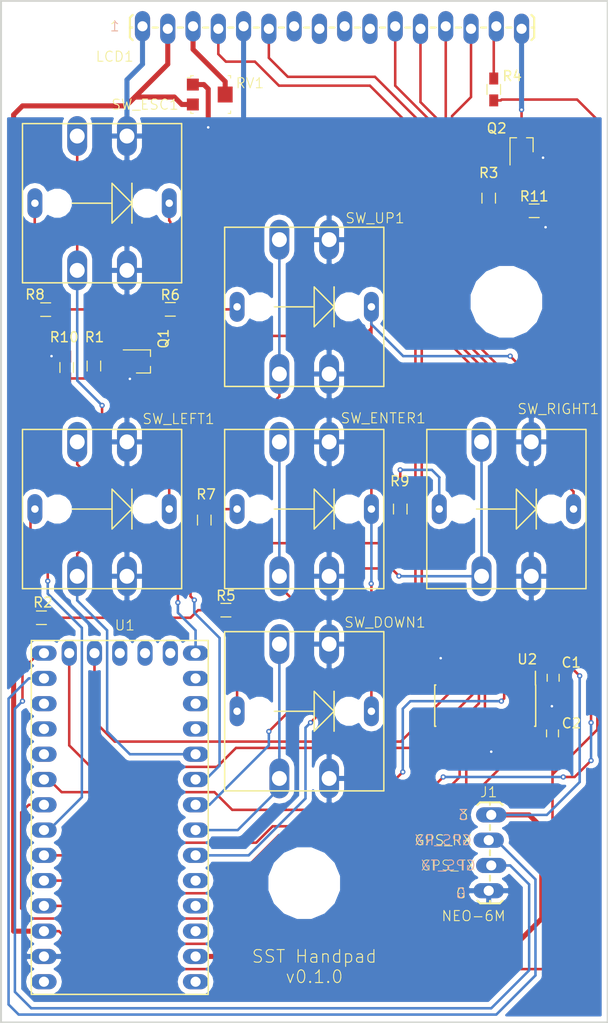
<source format=kicad_pcb>
(kicad_pcb (version 20171130) (host pcbnew 5.0.2-bee76a0~70~ubuntu18.04.1)

  (general
    (thickness 1.6)
    (drawings 18)
    (tracks 388)
    (zones 0)
    (modules 29)
    (nets 38)
  )

  (page USLetter)
  (title_block
    (title "SST Handpad")
    (date 2020-06-06)
    (rev v0.1.0)
    (company "StarSync Trackers")
  )

  (layers
    (0 F.Cu signal)
    (31 B.Cu signal)
    (32 B.Adhes user)
    (33 F.Adhes user)
    (34 B.Paste user)
    (35 F.Paste user)
    (36 B.SilkS user)
    (37 F.SilkS user)
    (38 B.Mask user)
    (39 F.Mask user)
    (40 Dwgs.User user)
    (41 Cmts.User user)
    (42 Eco1.User user)
    (43 Eco2.User user)
    (44 Edge.Cuts user)
    (45 Margin user)
    (46 B.CrtYd user)
    (47 F.CrtYd user)
    (48 B.Fab user)
    (49 F.Fab user hide)
  )

  (setup
    (last_trace_width 0.254)
    (user_trace_width 0.254)
    (user_trace_width 0.508)
    (user_trace_width 0.8128)
    (user_trace_width 2.032)
    (trace_clearance 0.1016)
    (zone_clearance 0.508)
    (zone_45_only no)
    (trace_min 0.254)
    (segment_width 0.2)
    (edge_width 0.15)
    (via_size 0.5334)
    (via_drill 0.254)
    (via_min_size 0.5334)
    (via_min_drill 0.254)
    (user_via 0.5334 0.254)
    (user_via 0.5334 0.254)
    (user_via 0.5334 0.254)
    (user_via 0.5334 0.254)
    (uvia_size 0.508)
    (uvia_drill 0.127)
    (uvias_allowed no)
    (uvia_min_size 0.2)
    (uvia_min_drill 0.1)
    (pcb_text_width 0.3)
    (pcb_text_size 1.5 1.5)
    (mod_edge_width 0.15)
    (mod_text_size 1 1)
    (mod_text_width 0.15)
    (pad_size 3.2 3.2)
    (pad_drill 3.2)
    (pad_to_mask_clearance 0.051)
    (solder_mask_min_width 0.25)
    (aux_axis_origin 0 0)
    (visible_elements FFFFFF7F)
    (pcbplotparams
      (layerselection 0x010fc_ffffffff)
      (usegerberextensions true)
      (usegerberattributes false)
      (usegerberadvancedattributes false)
      (creategerberjobfile false)
      (excludeedgelayer true)
      (linewidth 0.100000)
      (plotframeref false)
      (viasonmask false)
      (mode 1)
      (useauxorigin false)
      (hpglpennumber 1)
      (hpglpenspeed 20)
      (hpglpendiameter 15.000000)
      (psnegative false)
      (psa4output false)
      (plotreference true)
      (plotvalue true)
      (plotinvisibletext false)
      (padsonsilk false)
      (subtractmaskfromsilk false)
      (outputformat 1)
      (mirror false)
      (drillshape 0)
      (scaleselection 1)
      (outputdirectory "gerbers/"))
  )

  (net 0 "")
  (net 1 GND)
  (net 2 +5V)
  (net 3 "Net-(LCD1-Pad3)")
  (net 4 "Net-(LCD1-Pad15)")
  (net 5 "Net-(LCD1-Pad16)")
  (net 6 "Net-(Q1-Pad1)")
  (net 7 B_LEDS)
  (net 8 "Net-(Q2-Pad1)")
  (net 9 PWM_BUTTONS)
  (net 10 "Net-(R2-Pad2)")
  (net 11 PWM_LCD)
  (net 12 "Net-(R5-Pad2)")
  (net 13 "Net-(R6-Pad2)")
  (net 14 "Net-(R7-Pad2)")
  (net 15 "Net-(R8-Pad2)")
  (net 16 "Net-(R9-Pad2)")
  (net 17 B_DOWN)
  (net 18 B_ENTER)
  (net 19 B_ESC)
  (net 20 B_LEFT)
  (net 21 B_RIGHT)
  (net 22 B_UP)
  (net 23 +3V3)
  (net 24 DB7LCD)
  (net 25 DB6LCD)
  (net 26 DB5LCD)
  (net 27 DB4LCD)
  (net 28 ENLCD)
  (net 29 RSLCD)
  (net 30 DB7MC)
  (net 31 DB6MC)
  (net 32 DB5MC)
  (net 33 DB4MC)
  (net 34 ENMC)
  (net 35 RSMC)
  (net 36 RXMC)
  (net 37 TXMC)

  (net_class Default "This is the default net class."
    (clearance 0.1016)
    (trace_width 0.254)
    (via_dia 0.5334)
    (via_drill 0.254)
    (uvia_dia 0.508)
    (uvia_drill 0.127)
    (diff_pair_gap 0.254)
    (diff_pair_width 0.254)
    (add_net +3V3)
    (add_net +5V)
    (add_net B_DOWN)
    (add_net B_ENTER)
    (add_net B_ESC)
    (add_net B_LEDS)
    (add_net B_LEFT)
    (add_net B_RIGHT)
    (add_net B_UP)
    (add_net DB4LCD)
    (add_net DB4MC)
    (add_net DB5LCD)
    (add_net DB5MC)
    (add_net DB6LCD)
    (add_net DB6MC)
    (add_net DB7LCD)
    (add_net DB7MC)
    (add_net ENLCD)
    (add_net ENMC)
    (add_net GND)
    (add_net "Net-(LCD1-Pad15)")
    (add_net "Net-(LCD1-Pad16)")
    (add_net "Net-(LCD1-Pad3)")
    (add_net "Net-(Q1-Pad1)")
    (add_net "Net-(Q2-Pad1)")
    (add_net "Net-(R2-Pad2)")
    (add_net "Net-(R5-Pad2)")
    (add_net "Net-(R6-Pad2)")
    (add_net "Net-(R7-Pad2)")
    (add_net "Net-(R8-Pad2)")
    (add_net "Net-(R9-Pad2)")
    (add_net PWM_BUTTONS)
    (add_net PWM_LCD)
    (add_net RSLCD)
    (add_net RSMC)
    (add_net RXMC)
    (add_net TXMC)
  )

  (module Resistors_SMD:R_0603_HandSoldering (layer F.Cu) (tedit 58E0A804) (tstamp 5E533DB2)
    (at 156.21 46.99 270)
    (descr "Resistor SMD 0603, hand soldering")
    (tags "resistor 0603")
    (path /5E1E868C)
    (attr smd)
    (fp_text reference R4 (at -1.3495 -1.85) (layer F.SilkS)
      (effects (font (size 1 1) (thickness 0.15)))
    )
    (fp_text value 220 (at 0 1.55 270) (layer F.Fab)
      (effects (font (size 1 1) (thickness 0.15)))
    )
    (fp_text user %R (at 0 0 270) (layer F.Fab)
      (effects (font (size 0.4 0.4) (thickness 0.075)))
    )
    (fp_line (start -0.8 0.4) (end -0.8 -0.4) (layer F.Fab) (width 0.1))
    (fp_line (start 0.8 0.4) (end -0.8 0.4) (layer F.Fab) (width 0.1))
    (fp_line (start 0.8 -0.4) (end 0.8 0.4) (layer F.Fab) (width 0.1))
    (fp_line (start -0.8 -0.4) (end 0.8 -0.4) (layer F.Fab) (width 0.1))
    (fp_line (start 0.5 0.68) (end -0.5 0.68) (layer F.SilkS) (width 0.12))
    (fp_line (start -0.5 -0.68) (end 0.5 -0.68) (layer F.SilkS) (width 0.12))
    (fp_line (start -1.96 -0.7) (end 1.95 -0.7) (layer F.CrtYd) (width 0.05))
    (fp_line (start -1.96 -0.7) (end -1.96 0.7) (layer F.CrtYd) (width 0.05))
    (fp_line (start 1.95 0.7) (end 1.95 -0.7) (layer F.CrtYd) (width 0.05))
    (fp_line (start 1.95 0.7) (end -1.96 0.7) (layer F.CrtYd) (width 0.05))
    (pad 1 smd rect (at -1.1 0 270) (size 1.2 0.9) (layers F.Cu F.Paste F.Mask)
      (net 4 "Net-(LCD1-Pad15)"))
    (pad 2 smd rect (at 1.1 0 270) (size 1.2 0.9) (layers F.Cu F.Paste F.Mask)
      (net 2 +5V))
    (model ${KISYS3DMOD}/Resistors_SMD.3dshapes/R_0603.wrl
      (at (xyz 0 0 0))
      (scale (xyz 1 1 1))
      (rotate (xyz 0 0 0))
    )
  )

  (module custom_footprints:MPJA_LED_SWITCH (layer F.Cu) (tedit 5E51914B) (tstamp 5E29CD25)
    (at 137.16 109.474)
    (path /5E1E7FA7)
    (fp_text reference SW_DOWN1 (at 8.115 -8.924) (layer F.SilkS)
      (effects (font (size 1.016 1.016) (thickness 0.1016)))
    )
    (fp_text value SW_Push_LED (at -6 -10) (layer F.Fab)
      (effects (font (size 1 1) (thickness 0.15)))
    )
    (fp_line (start -8 8) (end -8 -8) (layer F.SilkS) (width 0.15))
    (fp_line (start 8 8) (end -8 8) (layer F.SilkS) (width 0.15))
    (fp_line (start 8 -8) (end 8 8) (layer F.SilkS) (width 0.15))
    (fp_line (start -8 -8) (end 8 -8) (layer F.SilkS) (width 0.15))
    (fp_line (start 3 0) (end 3 2) (layer F.SilkS) (width 0.15))
    (fp_line (start 3 -2) (end 3 0) (layer F.SilkS) (width 0.15))
    (fp_line (start 3 0) (end 3 -2) (layer F.SilkS) (width 0.15))
    (fp_line (start 3 0) (end 1 2) (layer F.SilkS) (width 0.15))
    (fp_line (start 1 -2) (end 3 0) (layer F.SilkS) (width 0.15))
    (fp_line (start 1 2) (end 1 0) (layer F.SilkS) (width 0.15))
    (fp_line (start 1 0) (end 1 -2) (layer F.SilkS) (width 0.15))
    (fp_line (start -3 0) (end 1 0) (layer F.SilkS) (width 0.15))
    (pad 2 thru_hole oval (at 2.5 -6.75) (size 2 4) (drill 1.5) (layers *.Cu *.Mask)
      (net 1 GND))
    (pad 1 thru_hole oval (at -2.5 -6.75) (size 2 4) (drill 1.5) (layers *.Cu *.Mask)
      (net 17 B_DOWN))
    (pad 2 thru_hole oval (at 2.5 6.75) (size 2 4) (drill 1.5) (layers *.Cu *.Mask)
      (net 1 GND))
    (pad 1 thru_hole oval (at -2.5 6.75) (size 2 4) (drill 1.5) (layers *.Cu *.Mask)
      (net 17 B_DOWN))
    (pad "" np_thru_hole circle (at 4.5 0) (size 1.9 1.9) (drill 1.9) (layers *.Cu *.Mask))
    (pad "" np_thru_hole circle (at -4.5 0) (size 1.9 1.9) (drill 1.9) (layers *.Cu *.Mask))
    (pad 3 thru_hole oval (at 6.75 0) (size 1.5 3) (drill 0.75) (layers *.Cu *.Mask)
      (net 7 B_LEDS))
    (pad 4 thru_hole oval (at -6.75 0) (size 1.5 3) (drill 0.75) (layers *.Cu *.Mask)
      (net 12 "Net-(R5-Pad2)"))
  )

  (module custom_footprints:MPJA_LED_SWITCH (layer F.Cu) (tedit 5E51914B) (tstamp 5E29CB21)
    (at 137.16 89.154)
    (path /5E1E7F63)
    (fp_text reference SW_ENTER1 (at 7.94 -9.129) (layer F.SilkS)
      (effects (font (size 1.016 1.016) (thickness 0.1016)))
    )
    (fp_text value SW_Push_LED (at -6 -10) (layer F.Fab)
      (effects (font (size 1 1) (thickness 0.15)))
    )
    (fp_line (start -8 8) (end -8 -8) (layer F.SilkS) (width 0.15))
    (fp_line (start 8 8) (end -8 8) (layer F.SilkS) (width 0.15))
    (fp_line (start 8 -8) (end 8 8) (layer F.SilkS) (width 0.15))
    (fp_line (start -8 -8) (end 8 -8) (layer F.SilkS) (width 0.15))
    (fp_line (start 3 0) (end 3 2) (layer F.SilkS) (width 0.15))
    (fp_line (start 3 -2) (end 3 0) (layer F.SilkS) (width 0.15))
    (fp_line (start 3 0) (end 3 -2) (layer F.SilkS) (width 0.15))
    (fp_line (start 3 0) (end 1 2) (layer F.SilkS) (width 0.15))
    (fp_line (start 1 -2) (end 3 0) (layer F.SilkS) (width 0.15))
    (fp_line (start 1 2) (end 1 0) (layer F.SilkS) (width 0.15))
    (fp_line (start 1 0) (end 1 -2) (layer F.SilkS) (width 0.15))
    (fp_line (start -3 0) (end 1 0) (layer F.SilkS) (width 0.15))
    (pad 2 thru_hole oval (at 2.5 -6.75) (size 2 4) (drill 1.5) (layers *.Cu *.Mask)
      (net 1 GND))
    (pad 1 thru_hole oval (at -2.5 -6.75) (size 2 4) (drill 1.5) (layers *.Cu *.Mask)
      (net 18 B_ENTER))
    (pad 2 thru_hole oval (at 2.5 6.75) (size 2 4) (drill 1.5) (layers *.Cu *.Mask)
      (net 1 GND))
    (pad 1 thru_hole oval (at -2.5 6.75) (size 2 4) (drill 1.5) (layers *.Cu *.Mask)
      (net 18 B_ENTER))
    (pad "" np_thru_hole circle (at 4.5 0) (size 1.9 1.9) (drill 1.9) (layers *.Cu *.Mask))
    (pad "" np_thru_hole circle (at -4.5 0) (size 1.9 1.9) (drill 1.9) (layers *.Cu *.Mask))
    (pad 3 thru_hole oval (at 6.75 0) (size 1.5 3) (drill 0.75) (layers *.Cu *.Mask)
      (net 7 B_LEDS))
    (pad 4 thru_hole oval (at -6.75 0) (size 1.5 3) (drill 0.75) (layers *.Cu *.Mask)
      (net 14 "Net-(R7-Pad2)"))
  )

  (module custom_footprints:MPJA_LED_SWITCH (layer F.Cu) (tedit 5E51914B) (tstamp 5E2B5BBC)
    (at 116.84 58.42)
    (path /5E1E7E66)
    (fp_text reference SW_ESC1 (at 4.318 -9.906) (layer F.SilkS)
      (effects (font (size 1.016 1.016) (thickness 0.1016)))
    )
    (fp_text value SW_Push_LED (at -6 -10) (layer F.Fab)
      (effects (font (size 1 1) (thickness 0.15)))
    )
    (fp_line (start -8 8) (end -8 -8) (layer F.SilkS) (width 0.15))
    (fp_line (start 8 8) (end -8 8) (layer F.SilkS) (width 0.15))
    (fp_line (start 8 -8) (end 8 8) (layer F.SilkS) (width 0.15))
    (fp_line (start -8 -8) (end 8 -8) (layer F.SilkS) (width 0.15))
    (fp_line (start 3 0) (end 3 2) (layer F.SilkS) (width 0.15))
    (fp_line (start 3 -2) (end 3 0) (layer F.SilkS) (width 0.15))
    (fp_line (start 3 0) (end 3 -2) (layer F.SilkS) (width 0.15))
    (fp_line (start 3 0) (end 1 2) (layer F.SilkS) (width 0.15))
    (fp_line (start 1 -2) (end 3 0) (layer F.SilkS) (width 0.15))
    (fp_line (start 1 2) (end 1 0) (layer F.SilkS) (width 0.15))
    (fp_line (start 1 0) (end 1 -2) (layer F.SilkS) (width 0.15))
    (fp_line (start -3 0) (end 1 0) (layer F.SilkS) (width 0.15))
    (pad 2 thru_hole oval (at 2.5 -6.75) (size 2 4) (drill 1.5) (layers *.Cu *.Mask)
      (net 1 GND))
    (pad 1 thru_hole oval (at -2.5 -6.75) (size 2 4) (drill 1.5) (layers *.Cu *.Mask)
      (net 19 B_ESC))
    (pad 2 thru_hole oval (at 2.5 6.75) (size 2 4) (drill 1.5) (layers *.Cu *.Mask)
      (net 1 GND))
    (pad 1 thru_hole oval (at -2.5 6.75) (size 2 4) (drill 1.5) (layers *.Cu *.Mask)
      (net 19 B_ESC))
    (pad "" np_thru_hole circle (at 4.5 0) (size 1.9 1.9) (drill 1.9) (layers *.Cu *.Mask))
    (pad "" np_thru_hole circle (at -4.5 0) (size 1.9 1.9) (drill 1.9) (layers *.Cu *.Mask))
    (pad 3 thru_hole oval (at 6.75 0) (size 1.5 3) (drill 0.75) (layers *.Cu *.Mask)
      (net 7 B_LEDS))
    (pad 4 thru_hole oval (at -6.75 0) (size 1.5 3) (drill 0.75) (layers *.Cu *.Mask)
      (net 15 "Net-(R8-Pad2)"))
  )

  (module custom_footprints:MPJA_LED_SWITCH (layer F.Cu) (tedit 5E51914B) (tstamp 5E2B5C19)
    (at 116.84 89.154)
    (path /5E1E7FF4)
    (fp_text reference SW_LEFT1 (at 7.685 -9.054) (layer F.SilkS)
      (effects (font (size 1.016 1.016) (thickness 0.1016)))
    )
    (fp_text value SW_Push_LED (at -6 -10) (layer F.Fab)
      (effects (font (size 1 1) (thickness 0.15)))
    )
    (fp_line (start -8 8) (end -8 -8) (layer F.SilkS) (width 0.15))
    (fp_line (start 8 8) (end -8 8) (layer F.SilkS) (width 0.15))
    (fp_line (start 8 -8) (end 8 8) (layer F.SilkS) (width 0.15))
    (fp_line (start -8 -8) (end 8 -8) (layer F.SilkS) (width 0.15))
    (fp_line (start 3 0) (end 3 2) (layer F.SilkS) (width 0.15))
    (fp_line (start 3 -2) (end 3 0) (layer F.SilkS) (width 0.15))
    (fp_line (start 3 0) (end 3 -2) (layer F.SilkS) (width 0.15))
    (fp_line (start 3 0) (end 1 2) (layer F.SilkS) (width 0.15))
    (fp_line (start 1 -2) (end 3 0) (layer F.SilkS) (width 0.15))
    (fp_line (start 1 2) (end 1 0) (layer F.SilkS) (width 0.15))
    (fp_line (start 1 0) (end 1 -2) (layer F.SilkS) (width 0.15))
    (fp_line (start -3 0) (end 1 0) (layer F.SilkS) (width 0.15))
    (pad 2 thru_hole oval (at 2.5 -6.75) (size 2 4) (drill 1.5) (layers *.Cu *.Mask)
      (net 1 GND))
    (pad 1 thru_hole oval (at -2.5 -6.75) (size 2 4) (drill 1.5) (layers *.Cu *.Mask)
      (net 20 B_LEFT))
    (pad 2 thru_hole oval (at 2.5 6.75) (size 2 4) (drill 1.5) (layers *.Cu *.Mask)
      (net 1 GND))
    (pad 1 thru_hole oval (at -2.5 6.75) (size 2 4) (drill 1.5) (layers *.Cu *.Mask)
      (net 20 B_LEFT))
    (pad "" np_thru_hole circle (at 4.5 0) (size 1.9 1.9) (drill 1.9) (layers *.Cu *.Mask))
    (pad "" np_thru_hole circle (at -4.5 0) (size 1.9 1.9) (drill 1.9) (layers *.Cu *.Mask))
    (pad 3 thru_hole oval (at 6.75 0) (size 1.5 3) (drill 0.75) (layers *.Cu *.Mask)
      (net 7 B_LEDS))
    (pad 4 thru_hole oval (at -6.75 0) (size 1.5 3) (drill 0.75) (layers *.Cu *.Mask)
      (net 10 "Net-(R2-Pad2)"))
  )

  (module custom_footprints:MPJA_LED_SWITCH (layer F.Cu) (tedit 5E51914B) (tstamp 5E2B5639)
    (at 157.48 89.154)
    (path /5E1E8036)
    (fp_text reference SW_RIGHT1 (at 5.22 -10.054) (layer F.SilkS)
      (effects (font (size 1.016 1.016) (thickness 0.1016)))
    )
    (fp_text value SW_Push_LED (at -6 -10) (layer F.Fab)
      (effects (font (size 1 1) (thickness 0.15)))
    )
    (fp_line (start -8 8) (end -8 -8) (layer F.SilkS) (width 0.15))
    (fp_line (start 8 8) (end -8 8) (layer F.SilkS) (width 0.15))
    (fp_line (start 8 -8) (end 8 8) (layer F.SilkS) (width 0.15))
    (fp_line (start -8 -8) (end 8 -8) (layer F.SilkS) (width 0.15))
    (fp_line (start 3 0) (end 3 2) (layer F.SilkS) (width 0.15))
    (fp_line (start 3 -2) (end 3 0) (layer F.SilkS) (width 0.15))
    (fp_line (start 3 0) (end 3 -2) (layer F.SilkS) (width 0.15))
    (fp_line (start 3 0) (end 1 2) (layer F.SilkS) (width 0.15))
    (fp_line (start 1 -2) (end 3 0) (layer F.SilkS) (width 0.15))
    (fp_line (start 1 2) (end 1 0) (layer F.SilkS) (width 0.15))
    (fp_line (start 1 0) (end 1 -2) (layer F.SilkS) (width 0.15))
    (fp_line (start -3 0) (end 1 0) (layer F.SilkS) (width 0.15))
    (pad 2 thru_hole oval (at 2.5 -6.75) (size 2 4) (drill 1.5) (layers *.Cu *.Mask)
      (net 1 GND))
    (pad 1 thru_hole oval (at -2.5 -6.75) (size 2 4) (drill 1.5) (layers *.Cu *.Mask)
      (net 21 B_RIGHT))
    (pad 2 thru_hole oval (at 2.5 6.75) (size 2 4) (drill 1.5) (layers *.Cu *.Mask)
      (net 1 GND))
    (pad 1 thru_hole oval (at -2.5 6.75) (size 2 4) (drill 1.5) (layers *.Cu *.Mask)
      (net 21 B_RIGHT))
    (pad "" np_thru_hole circle (at 4.5 0) (size 1.9 1.9) (drill 1.9) (layers *.Cu *.Mask))
    (pad "" np_thru_hole circle (at -4.5 0) (size 1.9 1.9) (drill 1.9) (layers *.Cu *.Mask))
    (pad 3 thru_hole oval (at 6.75 0) (size 1.5 3) (drill 0.75) (layers *.Cu *.Mask)
      (net 7 B_LEDS))
    (pad 4 thru_hole oval (at -6.75 0) (size 1.5 3) (drill 0.75) (layers *.Cu *.Mask)
      (net 16 "Net-(R9-Pad2)"))
  )

  (module custom_footprints:MPJA_LED_SWITCH (layer F.Cu) (tedit 5E51914B) (tstamp 5E29CCE0)
    (at 137.16 68.834)
    (path /5E1E7F2A)
    (fp_text reference SW_UP1 (at 7.115 -8.909) (layer F.SilkS)
      (effects (font (size 1.016 1.016) (thickness 0.1016)))
    )
    (fp_text value SW_Push_LED (at -6 -10) (layer F.Fab)
      (effects (font (size 1 1) (thickness 0.15)))
    )
    (fp_line (start -8 8) (end -8 -8) (layer F.SilkS) (width 0.15))
    (fp_line (start 8 8) (end -8 8) (layer F.SilkS) (width 0.15))
    (fp_line (start 8 -8) (end 8 8) (layer F.SilkS) (width 0.15))
    (fp_line (start -8 -8) (end 8 -8) (layer F.SilkS) (width 0.15))
    (fp_line (start 3 0) (end 3 2) (layer F.SilkS) (width 0.15))
    (fp_line (start 3 -2) (end 3 0) (layer F.SilkS) (width 0.15))
    (fp_line (start 3 0) (end 3 -2) (layer F.SilkS) (width 0.15))
    (fp_line (start 3 0) (end 1 2) (layer F.SilkS) (width 0.15))
    (fp_line (start 1 -2) (end 3 0) (layer F.SilkS) (width 0.15))
    (fp_line (start 1 2) (end 1 0) (layer F.SilkS) (width 0.15))
    (fp_line (start 1 0) (end 1 -2) (layer F.SilkS) (width 0.15))
    (fp_line (start -3 0) (end 1 0) (layer F.SilkS) (width 0.15))
    (pad 2 thru_hole oval (at 2.5 -6.75) (size 2 4) (drill 1.5) (layers *.Cu *.Mask)
      (net 1 GND))
    (pad 1 thru_hole oval (at -2.5 -6.75) (size 2 4) (drill 1.5) (layers *.Cu *.Mask)
      (net 22 B_UP))
    (pad 2 thru_hole oval (at 2.5 6.75) (size 2 4) (drill 1.5) (layers *.Cu *.Mask)
      (net 1 GND))
    (pad 1 thru_hole oval (at -2.5 6.75) (size 2 4) (drill 1.5) (layers *.Cu *.Mask)
      (net 22 B_UP))
    (pad "" np_thru_hole circle (at 4.5 0) (size 1.9 1.9) (drill 1.9) (layers *.Cu *.Mask))
    (pad "" np_thru_hole circle (at -4.5 0) (size 1.9 1.9) (drill 1.9) (layers *.Cu *.Mask))
    (pad 3 thru_hole oval (at 6.75 0) (size 1.5 3) (drill 0.75) (layers *.Cu *.Mask)
      (net 7 B_LEDS))
    (pad 4 thru_hole oval (at -6.75 0) (size 1.5 3) (drill 0.75) (layers *.Cu *.Mask)
      (net 13 "Net-(R6-Pad2)"))
  )

  (module custom_footprints:ItsyBitsyM0Exp (layer F.Cu) (tedit 5E220D4C) (tstamp 5E28374C)
    (at 118.618 120.142 90)
    (path /5E1EB73D)
    (fp_text reference U1 (at 19.304 0.508) (layer F.SilkS)
      (effects (font (size 1.016 1.016) (thickness 0.1016)))
    )
    (fp_text value AdafruitItsyM0 (at -12.7 -10.16 90) (layer F.Fab)
      (effects (font (size 1 1) (thickness 0.15)))
    )
    (fp_line (start -17.78 8.89) (end -17.78 -8.89) (layer F.SilkS) (width 0.15))
    (fp_line (start 17.78 8.89) (end -17.78 8.89) (layer F.SilkS) (width 0.15))
    (fp_line (start 17.78 8.89) (end 17.78 -8.89) (layer F.SilkS) (width 0.15))
    (fp_line (start -17.78 -8.89) (end 17.78 -8.89) (layer F.SilkS) (width 0.15))
    (pad 33 thru_hole oval (at -16.51 -7.62 90) (size 1.524 2.54) (drill 1.016) (layers *.Cu *.Mask))
    (pad 32 thru_hole oval (at -13.97 -7.62 90) (size 1.524 2.54) (drill 1.016) (layers *.Cu *.Mask)
      (net 1 GND))
    (pad 31 thru_hole oval (at -11.43 -7.62 90) (size 1.524 2.54) (drill 1.016) (layers *.Cu *.Mask)
      (net 2 +5V))
    (pad 30 thru_hole oval (at -8.89 -7.62 90) (size 1.524 2.54) (drill 1.016) (layers *.Cu *.Mask)
      (net 33 DB4MC))
    (pad 29 thru_hole oval (at -6.35 -7.62 90) (size 1.524 2.54) (drill 1.016) (layers *.Cu *.Mask)
      (net 32 DB5MC))
    (pad 28 thru_hole oval (at -3.81 -7.62 90) (size 1.524 2.54) (drill 1.016) (layers *.Cu *.Mask)
      (net 11 PWM_LCD))
    (pad 27 thru_hole oval (at -1.27 -7.62 90) (size 1.524 2.54) (drill 1.016) (layers *.Cu *.Mask)
      (net 9 PWM_BUTTONS))
    (pad 26 thru_hole oval (at 1.27 -7.62 90) (size 1.524 2.54) (drill 1.016) (layers *.Cu *.Mask)
      (net 31 DB6MC))
    (pad 25 thru_hole oval (at 3.81 -7.62 90) (size 1.524 2.54) (drill 1.016) (layers *.Cu *.Mask)
      (net 30 DB7MC))
    (pad 24 thru_hole oval (at 6.35 -7.62 90) (size 1.524 2.54) (drill 1.016) (layers *.Cu *.Mask))
    (pad 23 thru_hole oval (at 8.89 -7.62 90) (size 1.524 2.54) (drill 1.016) (layers *.Cu *.Mask))
    (pad 22 thru_hole oval (at 11.43 -7.62 90) (size 1.524 2.54) (drill 1.016) (layers *.Cu *.Mask))
    (pad 21 thru_hole oval (at 13.97 -7.62 90) (size 1.524 2.54) (drill 1.016) (layers *.Cu *.Mask)
      (net 37 TXMC))
    (pad 20 thru_hole oval (at 16.51 -7.62 90) (size 1.524 2.54) (drill 1.016) (layers *.Cu *.Mask)
      (net 36 RXMC))
    (pad 19 thru_hole oval (at 16.51 -5.08 90) (size 2.54 1.524) (drill 1.016) (layers *.Cu *.Mask)
      (net 34 ENMC))
    (pad 18 thru_hole oval (at 16.51 -2.54 90) (size 2.54 1.524) (drill 1.016) (layers *.Cu *.Mask)
      (net 35 RSMC))
    (pad 17 thru_hole oval (at 16.51 0 90) (size 2.54 1.524) (drill 1.016) (layers *.Cu *.Mask))
    (pad 16 thru_hole oval (at 16.51 2.54 90) (size 2.54 1.524) (drill 1.016) (layers *.Cu *.Mask))
    (pad 15 thru_hole oval (at 16.51 5.08 90) (size 2.54 1.524) (drill 1.016) (layers *.Cu *.Mask))
    (pad 14 thru_hole oval (at 16.51 7.62 90) (size 1.524 2.54) (drill 1.016) (layers *.Cu *.Mask)
      (net 19 B_ESC))
    (pad 13 thru_hole oval (at 13.97 7.62 90) (size 1.524 2.54) (drill 1.016) (layers *.Cu *.Mask))
    (pad 12 thru_hole oval (at 11.43 7.62 90) (size 1.524 2.54) (drill 1.016) (layers *.Cu *.Mask))
    (pad 11 thru_hole oval (at 8.89 7.62 90) (size 1.524 2.54) (drill 1.016) (layers *.Cu *.Mask))
    (pad 10 thru_hole oval (at 6.35 7.62 90) (size 1.524 2.54) (drill 1.016) (layers *.Cu *.Mask)
      (net 20 B_LEFT))
    (pad 9 thru_hole oval (at 3.81 7.62 90) (size 1.524 2.54) (drill 1.016) (layers *.Cu *.Mask)
      (net 22 B_UP))
    (pad 8 thru_hole oval (at 1.27 7.62 90) (size 1.524 2.54) (drill 1.016) (layers *.Cu *.Mask)
      (net 18 B_ENTER))
    (pad 7 thru_hole oval (at -1.27 7.62 90) (size 1.524 2.54) (drill 1.016) (layers *.Cu *.Mask)
      (net 17 B_DOWN))
    (pad 6 thru_hole oval (at -3.81 7.62 90) (size 1.524 2.54) (drill 1.016) (layers *.Cu *.Mask)
      (net 21 B_RIGHT))
    (pad 5 thru_hole oval (at -6.35 7.62 90) (size 1.524 2.54) (drill 1.016) (layers *.Cu *.Mask))
    (pad 4 thru_hole oval (at -8.89 7.62 90) (size 1.524 2.54) (drill 1.016) (layers *.Cu *.Mask))
    (pad 3 thru_hole oval (at -11.43 7.62 90) (size 1.524 2.54) (drill 1.016) (layers *.Cu *.Mask))
    (pad 2 thru_hole oval (at -13.97 7.62 90) (size 1.524 2.54) (drill 1.016) (layers *.Cu *.Mask)
      (net 23 +3V3))
    (pad 1 thru_hole oval (at -16.51 7.62 90) (size 1.524 2.54) (drill 1.016) (layers *.Cu *.Mask))
  )

  (module Capacitors_SMD:C_0603_HandSoldering (layer F.Cu) (tedit 58AA848B) (tstamp 5E533D70)
    (at 162.179 106.1085 90)
    (descr "Capacitor SMD 0603, hand soldering")
    (tags "capacitor 0603")
    (path /5E58F0D0)
    (attr smd)
    (fp_text reference C1 (at 1.5335 1.821 180) (layer F.SilkS)
      (effects (font (size 1 1) (thickness 0.15)))
    )
    (fp_text value 0.1u (at 0 1.5 90) (layer F.Fab)
      (effects (font (size 1 1) (thickness 0.15)))
    )
    (fp_text user %R (at 0 -1.25 90) (layer F.Fab)
      (effects (font (size 1 1) (thickness 0.15)))
    )
    (fp_line (start -0.8 0.4) (end -0.8 -0.4) (layer F.Fab) (width 0.1))
    (fp_line (start 0.8 0.4) (end -0.8 0.4) (layer F.Fab) (width 0.1))
    (fp_line (start 0.8 -0.4) (end 0.8 0.4) (layer F.Fab) (width 0.1))
    (fp_line (start -0.8 -0.4) (end 0.8 -0.4) (layer F.Fab) (width 0.1))
    (fp_line (start -0.35 -0.6) (end 0.35 -0.6) (layer F.SilkS) (width 0.12))
    (fp_line (start 0.35 0.6) (end -0.35 0.6) (layer F.SilkS) (width 0.12))
    (fp_line (start -1.8 -0.65) (end 1.8 -0.65) (layer F.CrtYd) (width 0.05))
    (fp_line (start -1.8 -0.65) (end -1.8 0.65) (layer F.CrtYd) (width 0.05))
    (fp_line (start 1.8 0.65) (end 1.8 -0.65) (layer F.CrtYd) (width 0.05))
    (fp_line (start 1.8 0.65) (end -1.8 0.65) (layer F.CrtYd) (width 0.05))
    (pad 1 smd rect (at -0.95 0 90) (size 1.2 0.75) (layers F.Cu F.Paste F.Mask)
      (net 1 GND))
    (pad 2 smd rect (at 0.95 0 90) (size 1.2 0.75) (layers F.Cu F.Paste F.Mask)
      (net 23 +3V3))
    (model Capacitors_SMD.3dshapes/C_0603.wrl
      (at (xyz 0 0 0))
      (scale (xyz 1 1 1))
      (rotate (xyz 0 0 0))
    )
  )

  (module Capacitors_SMD:C_0603_HandSoldering (layer F.Cu) (tedit 58AA848B) (tstamp 5E563F23)
    (at 162.1155 111.6965 270)
    (descr "Capacitor SMD 0603, hand soldering")
    (tags "capacitor 0603")
    (path /5E58F239)
    (attr smd)
    (fp_text reference C2 (at -1.016 -1.905) (layer F.SilkS)
      (effects (font (size 1 1) (thickness 0.15)))
    )
    (fp_text value 0.1u (at 0 1.5 270) (layer F.Fab)
      (effects (font (size 1 1) (thickness 0.15)))
    )
    (fp_text user %R (at 0 -1.25 270) (layer F.Fab)
      (effects (font (size 1 1) (thickness 0.15)))
    )
    (fp_line (start -0.8 0.4) (end -0.8 -0.4) (layer F.Fab) (width 0.1))
    (fp_line (start 0.8 0.4) (end -0.8 0.4) (layer F.Fab) (width 0.1))
    (fp_line (start 0.8 -0.4) (end 0.8 0.4) (layer F.Fab) (width 0.1))
    (fp_line (start -0.8 -0.4) (end 0.8 -0.4) (layer F.Fab) (width 0.1))
    (fp_line (start -0.35 -0.6) (end 0.35 -0.6) (layer F.SilkS) (width 0.12))
    (fp_line (start 0.35 0.6) (end -0.35 0.6) (layer F.SilkS) (width 0.12))
    (fp_line (start -1.8 -0.65) (end 1.8 -0.65) (layer F.CrtYd) (width 0.05))
    (fp_line (start -1.8 -0.65) (end -1.8 0.65) (layer F.CrtYd) (width 0.05))
    (fp_line (start 1.8 0.65) (end 1.8 -0.65) (layer F.CrtYd) (width 0.05))
    (fp_line (start 1.8 0.65) (end -1.8 0.65) (layer F.CrtYd) (width 0.05))
    (pad 1 smd rect (at -0.95 0 270) (size 1.2 0.75) (layers F.Cu F.Paste F.Mask)
      (net 1 GND))
    (pad 2 smd rect (at 0.95 0 270) (size 1.2 0.75) (layers F.Cu F.Paste F.Mask)
      (net 2 +5V))
    (model Capacitors_SMD.3dshapes/C_0603.wrl
      (at (xyz 0 0 0))
      (scale (xyz 1 1 1))
      (rotate (xyz 0 0 0))
    )
  )

  (module Resistors_SMD:R_0603_HandSoldering (layer F.Cu) (tedit 58E0A804) (tstamp 5E533D82)
    (at 116.018084 74.778925 270)
    (descr "Resistor SMD 0603, hand soldering")
    (tags "resistor 0603")
    (path /5E1FEF71)
    (attr smd)
    (fp_text reference R1 (at -2.896925 -0.059916) (layer F.SilkS)
      (effects (font (size 1 1) (thickness 0.15)))
    )
    (fp_text value 100 (at 0 1.55 270) (layer F.Fab)
      (effects (font (size 1 1) (thickness 0.15)))
    )
    (fp_text user %R (at 0 0 270) (layer F.Fab)
      (effects (font (size 0.4 0.4) (thickness 0.075)))
    )
    (fp_line (start -0.8 0.4) (end -0.8 -0.4) (layer F.Fab) (width 0.1))
    (fp_line (start 0.8 0.4) (end -0.8 0.4) (layer F.Fab) (width 0.1))
    (fp_line (start 0.8 -0.4) (end 0.8 0.4) (layer F.Fab) (width 0.1))
    (fp_line (start -0.8 -0.4) (end 0.8 -0.4) (layer F.Fab) (width 0.1))
    (fp_line (start 0.5 0.68) (end -0.5 0.68) (layer F.SilkS) (width 0.12))
    (fp_line (start -0.5 -0.68) (end 0.5 -0.68) (layer F.SilkS) (width 0.12))
    (fp_line (start -1.96 -0.7) (end 1.95 -0.7) (layer F.CrtYd) (width 0.05))
    (fp_line (start -1.96 -0.7) (end -1.96 0.7) (layer F.CrtYd) (width 0.05))
    (fp_line (start 1.95 0.7) (end 1.95 -0.7) (layer F.CrtYd) (width 0.05))
    (fp_line (start 1.95 0.7) (end -1.96 0.7) (layer F.CrtYd) (width 0.05))
    (pad 1 smd rect (at -1.1 0 270) (size 1.2 0.9) (layers F.Cu F.Paste F.Mask)
      (net 6 "Net-(Q1-Pad1)"))
    (pad 2 smd rect (at 1.1 0 270) (size 1.2 0.9) (layers F.Cu F.Paste F.Mask)
      (net 9 PWM_BUTTONS))
    (model ${KISYS3DMOD}/Resistors_SMD.3dshapes/R_0603.wrl
      (at (xyz 0 0 0))
      (scale (xyz 1 1 1))
      (rotate (xyz 0 0 0))
    )
  )

  (module Resistors_SMD:R_0603_HandSoldering (layer F.Cu) (tedit 58E0A804) (tstamp 5E533D92)
    (at 110.744 100.076 180)
    (descr "Resistor SMD 0603, hand soldering")
    (tags "resistor 0603")
    (path /5E1EF783)
    (attr smd)
    (fp_text reference R2 (at -0.1524 1.53924 180) (layer F.SilkS)
      (effects (font (size 1 1) (thickness 0.15)))
    )
    (fp_text value 1k (at 0 1.55 180) (layer F.Fab)
      (effects (font (size 1 1) (thickness 0.15)))
    )
    (fp_text user %R (at 0 0 180) (layer F.Fab)
      (effects (font (size 0.4 0.4) (thickness 0.075)))
    )
    (fp_line (start -0.8 0.4) (end -0.8 -0.4) (layer F.Fab) (width 0.1))
    (fp_line (start 0.8 0.4) (end -0.8 0.4) (layer F.Fab) (width 0.1))
    (fp_line (start 0.8 -0.4) (end 0.8 0.4) (layer F.Fab) (width 0.1))
    (fp_line (start -0.8 -0.4) (end 0.8 -0.4) (layer F.Fab) (width 0.1))
    (fp_line (start 0.5 0.68) (end -0.5 0.68) (layer F.SilkS) (width 0.12))
    (fp_line (start -0.5 -0.68) (end 0.5 -0.68) (layer F.SilkS) (width 0.12))
    (fp_line (start -1.96 -0.7) (end 1.95 -0.7) (layer F.CrtYd) (width 0.05))
    (fp_line (start -1.96 -0.7) (end -1.96 0.7) (layer F.CrtYd) (width 0.05))
    (fp_line (start 1.95 0.7) (end 1.95 -0.7) (layer F.CrtYd) (width 0.05))
    (fp_line (start 1.95 0.7) (end -1.96 0.7) (layer F.CrtYd) (width 0.05))
    (pad 1 smd rect (at -1.1 0 180) (size 1.2 0.9) (layers F.Cu F.Paste F.Mask)
      (net 2 +5V))
    (pad 2 smd rect (at 1.1 0 180) (size 1.2 0.9) (layers F.Cu F.Paste F.Mask)
      (net 10 "Net-(R2-Pad2)"))
    (model ${KISYS3DMOD}/Resistors_SMD.3dshapes/R_0603.wrl
      (at (xyz 0 0 0))
      (scale (xyz 1 1 1))
      (rotate (xyz 0 0 0))
    )
  )

  (module Resistors_SMD:R_0603_HandSoldering (layer F.Cu) (tedit 58E0A804) (tstamp 5E533DA2)
    (at 155.702 57.912 270)
    (descr "Resistor SMD 0603, hand soldering")
    (tags "resistor 0603")
    (path /5E1FB20F)
    (attr smd)
    (fp_text reference R3 (at -2.54 0) (layer F.SilkS)
      (effects (font (size 1 1) (thickness 0.15)))
    )
    (fp_text value 100 (at 0 1.55 270) (layer F.Fab)
      (effects (font (size 1 1) (thickness 0.15)))
    )
    (fp_text user %R (at 0 0 270) (layer F.Fab)
      (effects (font (size 0.4 0.4) (thickness 0.075)))
    )
    (fp_line (start -0.8 0.4) (end -0.8 -0.4) (layer F.Fab) (width 0.1))
    (fp_line (start 0.8 0.4) (end -0.8 0.4) (layer F.Fab) (width 0.1))
    (fp_line (start 0.8 -0.4) (end 0.8 0.4) (layer F.Fab) (width 0.1))
    (fp_line (start -0.8 -0.4) (end 0.8 -0.4) (layer F.Fab) (width 0.1))
    (fp_line (start 0.5 0.68) (end -0.5 0.68) (layer F.SilkS) (width 0.12))
    (fp_line (start -0.5 -0.68) (end 0.5 -0.68) (layer F.SilkS) (width 0.12))
    (fp_line (start -1.96 -0.7) (end 1.95 -0.7) (layer F.CrtYd) (width 0.05))
    (fp_line (start -1.96 -0.7) (end -1.96 0.7) (layer F.CrtYd) (width 0.05))
    (fp_line (start 1.95 0.7) (end 1.95 -0.7) (layer F.CrtYd) (width 0.05))
    (fp_line (start 1.95 0.7) (end -1.96 0.7) (layer F.CrtYd) (width 0.05))
    (pad 1 smd rect (at -1.1 0 270) (size 1.2 0.9) (layers F.Cu F.Paste F.Mask)
      (net 8 "Net-(Q2-Pad1)"))
    (pad 2 smd rect (at 1.1 0 270) (size 1.2 0.9) (layers F.Cu F.Paste F.Mask)
      (net 11 PWM_LCD))
    (model ${KISYS3DMOD}/Resistors_SMD.3dshapes/R_0603.wrl
      (at (xyz 0 0 0))
      (scale (xyz 1 1 1))
      (rotate (xyz 0 0 0))
    )
  )

  (module Resistors_SMD:R_0603_HandSoldering (layer F.Cu) (tedit 58E0A804) (tstamp 5E533DC2)
    (at 129.286 99.314)
    (descr "Resistor SMD 0603, hand soldering")
    (tags "resistor 0603")
    (path /5E1EE699)
    (attr smd)
    (fp_text reference R5 (at 0 -1.45) (layer F.SilkS)
      (effects (font (size 1 1) (thickness 0.15)))
    )
    (fp_text value 1k (at 0 1.55) (layer F.Fab)
      (effects (font (size 1 1) (thickness 0.15)))
    )
    (fp_text user %R (at 0 0) (layer F.Fab)
      (effects (font (size 0.4 0.4) (thickness 0.075)))
    )
    (fp_line (start -0.8 0.4) (end -0.8 -0.4) (layer F.Fab) (width 0.1))
    (fp_line (start 0.8 0.4) (end -0.8 0.4) (layer F.Fab) (width 0.1))
    (fp_line (start 0.8 -0.4) (end 0.8 0.4) (layer F.Fab) (width 0.1))
    (fp_line (start -0.8 -0.4) (end 0.8 -0.4) (layer F.Fab) (width 0.1))
    (fp_line (start 0.5 0.68) (end -0.5 0.68) (layer F.SilkS) (width 0.12))
    (fp_line (start -0.5 -0.68) (end 0.5 -0.68) (layer F.SilkS) (width 0.12))
    (fp_line (start -1.96 -0.7) (end 1.95 -0.7) (layer F.CrtYd) (width 0.05))
    (fp_line (start -1.96 -0.7) (end -1.96 0.7) (layer F.CrtYd) (width 0.05))
    (fp_line (start 1.95 0.7) (end 1.95 -0.7) (layer F.CrtYd) (width 0.05))
    (fp_line (start 1.95 0.7) (end -1.96 0.7) (layer F.CrtYd) (width 0.05))
    (pad 1 smd rect (at -1.1 0) (size 1.2 0.9) (layers F.Cu F.Paste F.Mask)
      (net 2 +5V))
    (pad 2 smd rect (at 1.1 0) (size 1.2 0.9) (layers F.Cu F.Paste F.Mask)
      (net 12 "Net-(R5-Pad2)"))
    (model ${KISYS3DMOD}/Resistors_SMD.3dshapes/R_0603.wrl
      (at (xyz 0 0 0))
      (scale (xyz 1 1 1))
      (rotate (xyz 0 0 0))
    )
  )

  (module Resistors_SMD:R_0603_HandSoldering (layer F.Cu) (tedit 58E0A804) (tstamp 5EE641E9)
    (at 123.698 69.088)
    (descr "Resistor SMD 0603, hand soldering")
    (tags "resistor 0603")
    (path /5E1EE945)
    (attr smd)
    (fp_text reference R6 (at 0 -1.45) (layer F.SilkS)
      (effects (font (size 1 1) (thickness 0.15)))
    )
    (fp_text value 1k (at 0 1.55) (layer F.Fab)
      (effects (font (size 1 1) (thickness 0.15)))
    )
    (fp_text user %R (at 0 0) (layer F.Fab)
      (effects (font (size 0.4 0.4) (thickness 0.075)))
    )
    (fp_line (start -0.8 0.4) (end -0.8 -0.4) (layer F.Fab) (width 0.1))
    (fp_line (start 0.8 0.4) (end -0.8 0.4) (layer F.Fab) (width 0.1))
    (fp_line (start 0.8 -0.4) (end 0.8 0.4) (layer F.Fab) (width 0.1))
    (fp_line (start -0.8 -0.4) (end 0.8 -0.4) (layer F.Fab) (width 0.1))
    (fp_line (start 0.5 0.68) (end -0.5 0.68) (layer F.SilkS) (width 0.12))
    (fp_line (start -0.5 -0.68) (end 0.5 -0.68) (layer F.SilkS) (width 0.12))
    (fp_line (start -1.96 -0.7) (end 1.95 -0.7) (layer F.CrtYd) (width 0.05))
    (fp_line (start -1.96 -0.7) (end -1.96 0.7) (layer F.CrtYd) (width 0.05))
    (fp_line (start 1.95 0.7) (end 1.95 -0.7) (layer F.CrtYd) (width 0.05))
    (fp_line (start 1.95 0.7) (end -1.96 0.7) (layer F.CrtYd) (width 0.05))
    (pad 1 smd rect (at -1.1 0) (size 1.2 0.9) (layers F.Cu F.Paste F.Mask)
      (net 2 +5V))
    (pad 2 smd rect (at 1.1 0) (size 1.2 0.9) (layers F.Cu F.Paste F.Mask)
      (net 13 "Net-(R6-Pad2)"))
    (model ${KISYS3DMOD}/Resistors_SMD.3dshapes/R_0603.wrl
      (at (xyz 0 0 0))
      (scale (xyz 1 1 1))
      (rotate (xyz 0 0 0))
    )
  )

  (module Resistors_SMD:R_0603_HandSoldering (layer F.Cu) (tedit 58E0A804) (tstamp 5E533DE2)
    (at 127.11176 90.26144 90)
    (descr "Resistor SMD 0603, hand soldering")
    (tags "resistor 0603")
    (path /5E1EF636)
    (attr smd)
    (fp_text reference R7 (at 2.58572 0.18288 180) (layer F.SilkS)
      (effects (font (size 1 1) (thickness 0.15)))
    )
    (fp_text value 1k (at 0 1.55 90) (layer F.Fab)
      (effects (font (size 1 1) (thickness 0.15)))
    )
    (fp_text user %R (at 0 0 90) (layer F.Fab)
      (effects (font (size 0.4 0.4) (thickness 0.075)))
    )
    (fp_line (start -0.8 0.4) (end -0.8 -0.4) (layer F.Fab) (width 0.1))
    (fp_line (start 0.8 0.4) (end -0.8 0.4) (layer F.Fab) (width 0.1))
    (fp_line (start 0.8 -0.4) (end 0.8 0.4) (layer F.Fab) (width 0.1))
    (fp_line (start -0.8 -0.4) (end 0.8 -0.4) (layer F.Fab) (width 0.1))
    (fp_line (start 0.5 0.68) (end -0.5 0.68) (layer F.SilkS) (width 0.12))
    (fp_line (start -0.5 -0.68) (end 0.5 -0.68) (layer F.SilkS) (width 0.12))
    (fp_line (start -1.96 -0.7) (end 1.95 -0.7) (layer F.CrtYd) (width 0.05))
    (fp_line (start -1.96 -0.7) (end -1.96 0.7) (layer F.CrtYd) (width 0.05))
    (fp_line (start 1.95 0.7) (end 1.95 -0.7) (layer F.CrtYd) (width 0.05))
    (fp_line (start 1.95 0.7) (end -1.96 0.7) (layer F.CrtYd) (width 0.05))
    (pad 1 smd rect (at -1.1 0 90) (size 1.2 0.9) (layers F.Cu F.Paste F.Mask)
      (net 2 +5V))
    (pad 2 smd rect (at 1.1 0 90) (size 1.2 0.9) (layers F.Cu F.Paste F.Mask)
      (net 14 "Net-(R7-Pad2)"))
    (model ${KISYS3DMOD}/Resistors_SMD.3dshapes/R_0603.wrl
      (at (xyz 0 0 0))
      (scale (xyz 1 1 1))
      (rotate (xyz 0 0 0))
    )
  )

  (module Resistors_SMD:R_0603_HandSoldering (layer F.Cu) (tedit 58E0A804) (tstamp 5E533DF2)
    (at 111.17072 69.1134 180)
    (descr "Resistor SMD 0603, hand soldering")
    (tags "resistor 0603")
    (path /5E1EE55A)
    (attr smd)
    (fp_text reference R8 (at 1.07072 1.5134 180) (layer F.SilkS)
      (effects (font (size 1 1) (thickness 0.15)))
    )
    (fp_text value 1k (at 0 1.55 180) (layer F.Fab)
      (effects (font (size 1 1) (thickness 0.15)))
    )
    (fp_text user %R (at 0 0 180) (layer F.Fab)
      (effects (font (size 0.4 0.4) (thickness 0.075)))
    )
    (fp_line (start -0.8 0.4) (end -0.8 -0.4) (layer F.Fab) (width 0.1))
    (fp_line (start 0.8 0.4) (end -0.8 0.4) (layer F.Fab) (width 0.1))
    (fp_line (start 0.8 -0.4) (end 0.8 0.4) (layer F.Fab) (width 0.1))
    (fp_line (start -0.8 -0.4) (end 0.8 -0.4) (layer F.Fab) (width 0.1))
    (fp_line (start 0.5 0.68) (end -0.5 0.68) (layer F.SilkS) (width 0.12))
    (fp_line (start -0.5 -0.68) (end 0.5 -0.68) (layer F.SilkS) (width 0.12))
    (fp_line (start -1.96 -0.7) (end 1.95 -0.7) (layer F.CrtYd) (width 0.05))
    (fp_line (start -1.96 -0.7) (end -1.96 0.7) (layer F.CrtYd) (width 0.05))
    (fp_line (start 1.95 0.7) (end 1.95 -0.7) (layer F.CrtYd) (width 0.05))
    (fp_line (start 1.95 0.7) (end -1.96 0.7) (layer F.CrtYd) (width 0.05))
    (pad 1 smd rect (at -1.1 0 180) (size 1.2 0.9) (layers F.Cu F.Paste F.Mask)
      (net 2 +5V))
    (pad 2 smd rect (at 1.1 0 180) (size 1.2 0.9) (layers F.Cu F.Paste F.Mask)
      (net 15 "Net-(R8-Pad2)"))
    (model ${KISYS3DMOD}/Resistors_SMD.3dshapes/R_0603.wrl
      (at (xyz 0 0 0))
      (scale (xyz 1 1 1))
      (rotate (xyz 0 0 0))
    )
  )

  (module Resistors_SMD:R_0603_HandSoldering (layer F.Cu) (tedit 58E0A804) (tstamp 5E533E02)
    (at 146.812 89.154 90)
    (descr "Resistor SMD 0603, hand soldering")
    (tags "resistor 0603")
    (path /5E1EDB1C)
    (attr smd)
    (fp_text reference R9 (at 2.79908 -0.04572 180) (layer F.SilkS)
      (effects (font (size 1 1) (thickness 0.15)))
    )
    (fp_text value 1k (at 0 1.55 90) (layer F.Fab)
      (effects (font (size 1 1) (thickness 0.15)))
    )
    (fp_text user %R (at 0 0 90) (layer F.Fab)
      (effects (font (size 0.4 0.4) (thickness 0.075)))
    )
    (fp_line (start -0.8 0.4) (end -0.8 -0.4) (layer F.Fab) (width 0.1))
    (fp_line (start 0.8 0.4) (end -0.8 0.4) (layer F.Fab) (width 0.1))
    (fp_line (start 0.8 -0.4) (end 0.8 0.4) (layer F.Fab) (width 0.1))
    (fp_line (start -0.8 -0.4) (end 0.8 -0.4) (layer F.Fab) (width 0.1))
    (fp_line (start 0.5 0.68) (end -0.5 0.68) (layer F.SilkS) (width 0.12))
    (fp_line (start -0.5 -0.68) (end 0.5 -0.68) (layer F.SilkS) (width 0.12))
    (fp_line (start -1.96 -0.7) (end 1.95 -0.7) (layer F.CrtYd) (width 0.05))
    (fp_line (start -1.96 -0.7) (end -1.96 0.7) (layer F.CrtYd) (width 0.05))
    (fp_line (start 1.95 0.7) (end 1.95 -0.7) (layer F.CrtYd) (width 0.05))
    (fp_line (start 1.95 0.7) (end -1.96 0.7) (layer F.CrtYd) (width 0.05))
    (pad 1 smd rect (at -1.1 0 90) (size 1.2 0.9) (layers F.Cu F.Paste F.Mask)
      (net 2 +5V))
    (pad 2 smd rect (at 1.1 0 90) (size 1.2 0.9) (layers F.Cu F.Paste F.Mask)
      (net 16 "Net-(R9-Pad2)"))
    (model ${KISYS3DMOD}/Resistors_SMD.3dshapes/R_0603.wrl
      (at (xyz 0 0 0))
      (scale (xyz 1 1 1))
      (rotate (xyz 0 0 0))
    )
  )

  (module Resistors_SMD:R_0603_HandSoldering (layer F.Cu) (tedit 58E0A804) (tstamp 5E533E12)
    (at 113.284 74.93 90)
    (descr "Resistor SMD 0603, hand soldering")
    (tags "resistor 0603")
    (path /5E328B34)
    (attr smd)
    (fp_text reference R10 (at 3.048 -0.254 180) (layer F.SilkS)
      (effects (font (size 1 1) (thickness 0.15)))
    )
    (fp_text value 1M (at 0 1.55 90) (layer F.Fab)
      (effects (font (size 1 1) (thickness 0.15)))
    )
    (fp_text user %R (at 0 0 90) (layer F.Fab)
      (effects (font (size 0.4 0.4) (thickness 0.075)))
    )
    (fp_line (start -0.8 0.4) (end -0.8 -0.4) (layer F.Fab) (width 0.1))
    (fp_line (start 0.8 0.4) (end -0.8 0.4) (layer F.Fab) (width 0.1))
    (fp_line (start 0.8 -0.4) (end 0.8 0.4) (layer F.Fab) (width 0.1))
    (fp_line (start -0.8 -0.4) (end 0.8 -0.4) (layer F.Fab) (width 0.1))
    (fp_line (start 0.5 0.68) (end -0.5 0.68) (layer F.SilkS) (width 0.12))
    (fp_line (start -0.5 -0.68) (end 0.5 -0.68) (layer F.SilkS) (width 0.12))
    (fp_line (start -1.96 -0.7) (end 1.95 -0.7) (layer F.CrtYd) (width 0.05))
    (fp_line (start -1.96 -0.7) (end -1.96 0.7) (layer F.CrtYd) (width 0.05))
    (fp_line (start 1.95 0.7) (end 1.95 -0.7) (layer F.CrtYd) (width 0.05))
    (fp_line (start 1.95 0.7) (end -1.96 0.7) (layer F.CrtYd) (width 0.05))
    (pad 1 smd rect (at -1.1 0 90) (size 1.2 0.9) (layers F.Cu F.Paste F.Mask)
      (net 9 PWM_BUTTONS))
    (pad 2 smd rect (at 1.1 0 90) (size 1.2 0.9) (layers F.Cu F.Paste F.Mask)
      (net 1 GND))
    (model ${KISYS3DMOD}/Resistors_SMD.3dshapes/R_0603.wrl
      (at (xyz 0 0 0))
      (scale (xyz 1 1 1))
      (rotate (xyz 0 0 0))
    )
  )

  (module Resistors_SMD:R_0603_HandSoldering (layer F.Cu) (tedit 58E0A804) (tstamp 5E533E22)
    (at 160.274 59.182)
    (descr "Resistor SMD 0603, hand soldering")
    (tags "resistor 0603")
    (path /5E347035)
    (attr smd)
    (fp_text reference R11 (at 0 -1.45) (layer F.SilkS)
      (effects (font (size 1 1) (thickness 0.15)))
    )
    (fp_text value 1M (at 0 1.55) (layer F.Fab)
      (effects (font (size 1 1) (thickness 0.15)))
    )
    (fp_text user %R (at 0 0) (layer F.Fab)
      (effects (font (size 0.4 0.4) (thickness 0.075)))
    )
    (fp_line (start -0.8 0.4) (end -0.8 -0.4) (layer F.Fab) (width 0.1))
    (fp_line (start 0.8 0.4) (end -0.8 0.4) (layer F.Fab) (width 0.1))
    (fp_line (start 0.8 -0.4) (end 0.8 0.4) (layer F.Fab) (width 0.1))
    (fp_line (start -0.8 -0.4) (end 0.8 -0.4) (layer F.Fab) (width 0.1))
    (fp_line (start 0.5 0.68) (end -0.5 0.68) (layer F.SilkS) (width 0.12))
    (fp_line (start -0.5 -0.68) (end 0.5 -0.68) (layer F.SilkS) (width 0.12))
    (fp_line (start -1.96 -0.7) (end 1.95 -0.7) (layer F.CrtYd) (width 0.05))
    (fp_line (start -1.96 -0.7) (end -1.96 0.7) (layer F.CrtYd) (width 0.05))
    (fp_line (start 1.95 0.7) (end 1.95 -0.7) (layer F.CrtYd) (width 0.05))
    (fp_line (start 1.95 0.7) (end -1.96 0.7) (layer F.CrtYd) (width 0.05))
    (pad 1 smd rect (at -1.1 0) (size 1.2 0.9) (layers F.Cu F.Paste F.Mask)
      (net 11 PWM_LCD))
    (pad 2 smd rect (at 1.1 0) (size 1.2 0.9) (layers F.Cu F.Paste F.Mask)
      (net 1 GND))
    (model ${KISYS3DMOD}/Resistors_SMD.3dshapes/R_0603.wrl
      (at (xyz 0 0 0))
      (scale (xyz 1 1 1))
      (rotate (xyz 0 0 0))
    )
  )

  (module Housings_SOIC:SOIC-16_3.9x9.9mm_Pitch1.27mm (layer F.Cu) (tedit 58CC8F64) (tstamp 5E533E56)
    (at 155.350454 108.907708 270)
    (descr "16-Lead Plastic Small Outline (SL) - Narrow, 3.90 mm Body [SOIC] (see Microchip Packaging Specification 00000049BS.pdf)")
    (tags "SOIC 1.27")
    (path /5E52347A)
    (attr smd)
    (fp_text reference U2 (at -4.657708 -4.224546) (layer F.SilkS)
      (effects (font (size 1 1) (thickness 0.15)))
    )
    (fp_text value MC14504B (at 0 6 270) (layer F.Fab)
      (effects (font (size 1 1) (thickness 0.15)))
    )
    (fp_text user %R (at 0 0 270) (layer F.Fab)
      (effects (font (size 0.9 0.9) (thickness 0.135)))
    )
    (fp_line (start -0.95 -4.95) (end 1.95 -4.95) (layer F.Fab) (width 0.15))
    (fp_line (start 1.95 -4.95) (end 1.95 4.95) (layer F.Fab) (width 0.15))
    (fp_line (start 1.95 4.95) (end -1.95 4.95) (layer F.Fab) (width 0.15))
    (fp_line (start -1.95 4.95) (end -1.95 -3.95) (layer F.Fab) (width 0.15))
    (fp_line (start -1.95 -3.95) (end -0.95 -4.95) (layer F.Fab) (width 0.15))
    (fp_line (start -3.7 -5.25) (end -3.7 5.25) (layer F.CrtYd) (width 0.05))
    (fp_line (start 3.7 -5.25) (end 3.7 5.25) (layer F.CrtYd) (width 0.05))
    (fp_line (start -3.7 -5.25) (end 3.7 -5.25) (layer F.CrtYd) (width 0.05))
    (fp_line (start -3.7 5.25) (end 3.7 5.25) (layer F.CrtYd) (width 0.05))
    (fp_line (start -2.075 -5.075) (end -2.075 -5.05) (layer F.SilkS) (width 0.15))
    (fp_line (start 2.075 -5.075) (end 2.075 -4.97) (layer F.SilkS) (width 0.15))
    (fp_line (start 2.075 5.075) (end 2.075 4.97) (layer F.SilkS) (width 0.15))
    (fp_line (start -2.075 5.075) (end -2.075 4.97) (layer F.SilkS) (width 0.15))
    (fp_line (start -2.075 -5.075) (end 2.075 -5.075) (layer F.SilkS) (width 0.15))
    (fp_line (start -2.075 5.075) (end 2.075 5.075) (layer F.SilkS) (width 0.15))
    (fp_line (start -2.075 -5.05) (end -3.45 -5.05) (layer F.SilkS) (width 0.15))
    (pad 1 smd rect (at -2.7 -4.445 270) (size 1.5 0.6) (layers F.Cu F.Paste F.Mask)
      (net 23 +3V3))
    (pad 2 smd rect (at -2.7 -3.175 270) (size 1.5 0.6) (layers F.Cu F.Paste F.Mask)
      (net 24 DB7LCD))
    (pad 3 smd rect (at -2.7 -1.905 270) (size 1.5 0.6) (layers F.Cu F.Paste F.Mask)
      (net 30 DB7MC))
    (pad 4 smd rect (at -2.7 -0.635 270) (size 1.5 0.6) (layers F.Cu F.Paste F.Mask)
      (net 26 DB5LCD))
    (pad 5 smd rect (at -2.7 0.635 270) (size 1.5 0.6) (layers F.Cu F.Paste F.Mask)
      (net 32 DB5MC))
    (pad 6 smd rect (at -2.7 1.905 270) (size 1.5 0.6) (layers F.Cu F.Paste F.Mask)
      (net 29 RSLCD))
    (pad 7 smd rect (at -2.7 3.175 270) (size 1.5 0.6) (layers F.Cu F.Paste F.Mask)
      (net 35 RSMC))
    (pad 8 smd rect (at -2.7 4.445 270) (size 1.5 0.6) (layers F.Cu F.Paste F.Mask)
      (net 1 GND))
    (pad 9 smd rect (at 2.7 4.445 270) (size 1.5 0.6) (layers F.Cu F.Paste F.Mask)
      (net 34 ENMC))
    (pad 10 smd rect (at 2.7 3.175 270) (size 1.5 0.6) (layers F.Cu F.Paste F.Mask)
      (net 28 ENLCD))
    (pad 11 smd rect (at 2.7 1.905 270) (size 1.5 0.6) (layers F.Cu F.Paste F.Mask)
      (net 33 DB4MC))
    (pad 12 smd rect (at 2.7 0.635 270) (size 1.5 0.6) (layers F.Cu F.Paste F.Mask)
      (net 27 DB4LCD))
    (pad 13 smd rect (at 2.7 -0.635 270) (size 1.5 0.6) (layers F.Cu F.Paste F.Mask)
      (net 1 GND))
    (pad 14 smd rect (at 2.7 -1.905 270) (size 1.5 0.6) (layers F.Cu F.Paste F.Mask)
      (net 31 DB6MC))
    (pad 15 smd rect (at 2.7 -3.175 270) (size 1.5 0.6) (layers F.Cu F.Paste F.Mask)
      (net 25 DB6LCD))
    (pad 16 smd rect (at 2.7 -4.445 270) (size 1.5 0.6) (layers F.Cu F.Paste F.Mask)
      (net 2 +5V))
    (model ${KISYS3DMOD}/Housings_SOIC.3dshapes/SOIC-16_3.9x9.9mm_Pitch1.27mm.wrl
      (at (xyz 0 0 0))
      (scale (xyz 1 1 1))
      (rotate (xyz 0 0 0))
    )
  )

  (module TO_SOT_Packages_SMD:SOT-323_SC-70_Handsoldering (layer F.Cu) (tedit 58CE4E7F) (tstamp 5E563BD8)
    (at 120.971084 74.321725)
    (descr "SOT-323, SC-70 Handsoldering")
    (tags "SOT-323 SC-70 Handsoldering")
    (path /5E320154)
    (attr smd)
    (fp_text reference Q1 (at 2.041 -2.2908 90) (layer F.SilkS)
      (effects (font (size 1 1) (thickness 0.15)))
    )
    (fp_text value 2N7002PW (at 0 2.05) (layer F.Fab)
      (effects (font (size 1 1) (thickness 0.15)))
    )
    (fp_text user %R (at 0 0 90) (layer F.Fab)
      (effects (font (size 0.5 0.5) (thickness 0.075)))
    )
    (fp_line (start 0.735 0.5) (end 0.735 1.16) (layer F.SilkS) (width 0.12))
    (fp_line (start 0.735 -1.17) (end 0.735 -0.5) (layer F.SilkS) (width 0.12))
    (fp_line (start 2.4 1.3) (end -2.4 1.3) (layer F.CrtYd) (width 0.05))
    (fp_line (start 2.4 -1.3) (end 2.4 1.3) (layer F.CrtYd) (width 0.05))
    (fp_line (start -2.4 -1.3) (end 2.4 -1.3) (layer F.CrtYd) (width 0.05))
    (fp_line (start -2.4 1.3) (end -2.4 -1.3) (layer F.CrtYd) (width 0.05))
    (fp_line (start 0.735 -1.16) (end -2 -1.16) (layer F.SilkS) (width 0.12))
    (fp_line (start -0.675 1.16) (end 0.735 1.16) (layer F.SilkS) (width 0.12))
    (fp_line (start 0.675 -1.1) (end -0.175 -1.1) (layer F.Fab) (width 0.1))
    (fp_line (start -0.675 -0.6) (end -0.675 1.1) (layer F.Fab) (width 0.1))
    (fp_line (start 0.675 -1.1) (end 0.675 1.1) (layer F.Fab) (width 0.1))
    (fp_line (start 0.675 1.1) (end -0.675 1.1) (layer F.Fab) (width 0.1))
    (fp_line (start -0.175 -1.1) (end -0.675 -0.6) (layer F.Fab) (width 0.1))
    (pad 1 smd rect (at -1.33 -0.65 270) (size 0.45 1.5) (layers F.Cu F.Paste F.Mask)
      (net 6 "Net-(Q1-Pad1)"))
    (pad 2 smd rect (at -1.33 0.65 270) (size 0.45 1.5) (layers F.Cu F.Paste F.Mask)
      (net 1 GND))
    (pad 3 smd rect (at 1.33 0 270) (size 0.45 1.5) (layers F.Cu F.Paste F.Mask)
      (net 7 B_LEDS))
    (model ${KISYS3DMOD}/TO_SOT_Packages_SMD.3dshapes/SOT-323_SC-70.wrl
      (at (xyz 0 0 0))
      (scale (xyz 1 1 1))
      (rotate (xyz 0 0 0))
    )
  )

  (module TO_SOT_Packages_SMD:SOT-323_SC-70_Handsoldering (layer F.Cu) (tedit 58CE4E7F) (tstamp 5E563BEC)
    (at 159.004 52.578 90)
    (descr "SOT-323, SC-70 Handsoldering")
    (tags "SOT-323 SC-70 Handsoldering")
    (path /5E3287F2)
    (attr smd)
    (fp_text reference Q2 (at 1.684 -2.50268 180) (layer F.SilkS)
      (effects (font (size 1 1) (thickness 0.15)))
    )
    (fp_text value 2N7002PW (at 0 2.05 90) (layer F.Fab)
      (effects (font (size 1 1) (thickness 0.15)))
    )
    (fp_line (start -0.175 -1.1) (end -0.675 -0.6) (layer F.Fab) (width 0.1))
    (fp_line (start 0.675 1.1) (end -0.675 1.1) (layer F.Fab) (width 0.1))
    (fp_line (start 0.675 -1.1) (end 0.675 1.1) (layer F.Fab) (width 0.1))
    (fp_line (start -0.675 -0.6) (end -0.675 1.1) (layer F.Fab) (width 0.1))
    (fp_line (start 0.675 -1.1) (end -0.175 -1.1) (layer F.Fab) (width 0.1))
    (fp_line (start -0.675 1.16) (end 0.735 1.16) (layer F.SilkS) (width 0.12))
    (fp_line (start 0.735 -1.16) (end -2 -1.16) (layer F.SilkS) (width 0.12))
    (fp_line (start -2.4 1.3) (end -2.4 -1.3) (layer F.CrtYd) (width 0.05))
    (fp_line (start -2.4 -1.3) (end 2.4 -1.3) (layer F.CrtYd) (width 0.05))
    (fp_line (start 2.4 -1.3) (end 2.4 1.3) (layer F.CrtYd) (width 0.05))
    (fp_line (start 2.4 1.3) (end -2.4 1.3) (layer F.CrtYd) (width 0.05))
    (fp_line (start 0.735 -1.17) (end 0.735 -0.5) (layer F.SilkS) (width 0.12))
    (fp_line (start 0.735 0.5) (end 0.735 1.16) (layer F.SilkS) (width 0.12))
    (fp_text user %R (at 0 0 180) (layer F.Fab)
      (effects (font (size 0.5 0.5) (thickness 0.075)))
    )
    (pad 3 smd rect (at 1.33 0) (size 0.45 1.5) (layers F.Cu F.Paste F.Mask)
      (net 5 "Net-(LCD1-Pad16)"))
    (pad 2 smd rect (at -1.33 0.65) (size 0.45 1.5) (layers F.Cu F.Paste F.Mask)
      (net 1 GND))
    (pad 1 smd rect (at -1.33 -0.65) (size 0.45 1.5) (layers F.Cu F.Paste F.Mask)
      (net 8 "Net-(Q2-Pad1)"))
    (model ${KISYS3DMOD}/TO_SOT_Packages_SMD.3dshapes/SOT-323_SC-70.wrl
      (at (xyz 0 0 0))
      (scale (xyz 1 1 1))
      (rotate (xyz 0 0 0))
    )
  )

  (module Connectors:1X04_LOCK_LONGPADS (layer F.Cu) (tedit 5E6C10F2) (tstamp 5E6D9A89)
    (at 155.702 127.508 90)
    (descr "PLATED THROUGH HOLE - 4 PIN LONG PADS W/ LOCKING FOOTPRINT")
    (tags "PLATED THROUGH HOLE - 4 PIN LONG PADS W/ LOCKING FOOTPRINT")
    (path /5E6D450A)
    (attr virtual)
    (fp_text reference J1 (at 9.906 0 180) (layer F.SilkS)
      (effects (font (size 1.016 1.016) (thickness 0.1016)))
    )
    (fp_text value NEO-6M (at -2.54 -1.524 180) (layer F.SilkS)
      (effects (font (size 1.016 1.016) (thickness 0.1016)))
    )
    (fp_line (start 1.524 0.127) (end 1.016 0.127) (layer F.SilkS) (width 0.2032))
    (fp_line (start 4.064 0.127) (end 3.556 0.127) (layer F.SilkS) (width 0.2032))
    (fp_line (start 6.604 0.127) (end 6.096 0.127) (layer F.SilkS) (width 0.2032))
    (fp_line (start -1.27 0.127) (end -1.016 0.127) (layer F.SilkS) (width 0.2032))
    (fp_line (start -1.27 0.127) (end -1.27 -0.8636) (layer F.SilkS) (width 0.2032))
    (fp_line (start -1.27 -0.8636) (end -0.9906 -1.143) (layer F.SilkS) (width 0.2032))
    (fp_line (start -1.27 0.127) (end -1.27 1.1176) (layer F.SilkS) (width 0.2032))
    (fp_line (start -1.27 1.1176) (end -0.9906 1.397) (layer F.SilkS) (width 0.2032))
    (fp_line (start 8.89 0.127) (end 8.636 0.127) (layer F.SilkS) (width 0.2032))
    (fp_line (start 8.89 0.127) (end 8.89 1.1176) (layer F.SilkS) (width 0.2032))
    (fp_line (start 8.89 1.1176) (end 8.6106 1.397) (layer F.SilkS) (width 0.2032))
    (fp_line (start 8.89 0.127) (end 8.89 -0.8636) (layer F.SilkS) (width 0.2032))
    (fp_line (start 8.89 -0.8636) (end 8.6106 -1.143) (layer F.SilkS) (width 0.2032))
    (pad 1 thru_hole oval (at 0 0 270) (size 1.524 3.048) (drill 1.016) (layers *.Cu *.Mask)
      (net 1 GND) (solder_mask_margin 0.1016))
    (pad 2 thru_hole oval (at 2.54 0.254 270) (size 1.524 3.048) (drill 1.016) (layers *.Cu *.Mask)
      (net 36 RXMC) (solder_mask_margin 0.1016))
    (pad 3 thru_hole oval (at 5.08 0 270) (size 1.524 3.048) (drill 1.016) (layers *.Cu *.Mask)
      (net 37 TXMC) (solder_mask_margin 0.1016))
    (pad 4 thru_hole oval (at 7.62 0.254 270) (size 1.524 3.048) (drill 1.016) (layers *.Cu *.Mask)
      (net 23 +3V3) (solder_mask_margin 0.1016))
  )

  (module Connectors:1X16_LOCK_LONGPADS (layer F.Cu) (tedit 5E6C0B56) (tstamp 5E6F20DA)
    (at 120.904 40.767)
    (descr "PLATED THROUGH HOLE -16 PIN LOCKING FOOTPRINT W/ LONG PADS")
    (tags "PLATED THROUGH HOLE -16 PIN LOCKING FOOTPRINT W/ LONG PADS")
    (path /5E1EA2BB)
    (attr virtual)
    (fp_text reference LCD1 (at -2.794 2.921) (layer F.SilkS)
      (effects (font (size 1.016 1.016) (thickness 0.1016)))
    )
    (fp_text value LCD20x4 (at 0 2.3622) (layer F.SilkS) hide
      (effects (font (size 0.6096 0.6096) (thickness 0.127)))
    )
    (fp_line (start 1.524 0) (end 1.016 0) (layer F.SilkS) (width 0.2032))
    (fp_line (start 4.064 0) (end 3.556 0) (layer F.SilkS) (width 0.2032))
    (fp_line (start 6.604 0) (end 6.096 0) (layer F.SilkS) (width 0.2032))
    (fp_line (start 9.144 0) (end 8.636 0) (layer F.SilkS) (width 0.2032))
    (fp_line (start 11.684 0) (end 11.176 0) (layer F.SilkS) (width 0.2032))
    (fp_line (start -1.27 0) (end -1.016 0) (layer F.SilkS) (width 0.2032))
    (fp_line (start -1.27 0) (end -1.27 -0.9906) (layer F.SilkS) (width 0.2032))
    (fp_line (start -1.27 -0.9906) (end -0.9906 -1.27) (layer F.SilkS) (width 0.2032))
    (fp_line (start -1.27 0) (end -1.27 0.9906) (layer F.SilkS) (width 0.2032))
    (fp_line (start -1.27 0.9906) (end -0.9906 1.27) (layer F.SilkS) (width 0.2032))
    (fp_line (start 14.224 0) (end 13.716 0) (layer F.SilkS) (width 0.2032))
    (fp_line (start 16.764 0) (end 16.256 0) (layer F.SilkS) (width 0.2032))
    (fp_line (start 19.304 0) (end 18.796 0) (layer F.SilkS) (width 0.2032))
    (fp_line (start 21.844 0) (end 21.336 0) (layer F.SilkS) (width 0.2032))
    (fp_line (start 24.384 0) (end 23.876 0) (layer F.SilkS) (width 0.2032))
    (fp_line (start 26.924 0) (end 26.416 0) (layer F.SilkS) (width 0.2032))
    (fp_line (start 29.464 0) (end 28.95346 0) (layer F.SilkS) (width 0.2032))
    (fp_line (start 32.004 0) (end 31.496 0) (layer F.SilkS) (width 0.2032))
    (fp_line (start 34.544 0) (end 34.036 0) (layer F.SilkS) (width 0.2032))
    (fp_line (start 37.084 0) (end 36.576 0) (layer F.SilkS) (width 0.2032))
    (fp_line (start 39.37 0) (end 39.37 0.9906) (layer F.SilkS) (width 0.2032))
    (fp_line (start 39.37 0.9906) (end 39.0906 1.27) (layer F.SilkS) (width 0.2032))
    (fp_line (start 39.37 0) (end 39.37 -0.9906) (layer F.SilkS) (width 0.2032))
    (fp_line (start 39.37 -0.9906) (end 39.0906 -1.27) (layer F.SilkS) (width 0.2032))
    (fp_line (start 39.37 0) (end 39.116 0) (layer F.SilkS) (width 0.2032))
    (pad 1 thru_hole oval (at 0 -0.127 180) (size 1.524 3.048) (drill 1.016) (layers *.Cu *.Mask)
      (net 1 GND) (solder_mask_margin 0.1016))
    (pad 2 thru_hole oval (at 2.54 0.127 180) (size 1.524 3.048) (drill 1.016) (layers *.Cu *.Mask)
      (net 2 +5V) (solder_mask_margin 0.1016))
    (pad 3 thru_hole oval (at 5.08 -0.127 180) (size 1.524 3.048) (drill 1.016) (layers *.Cu *.Mask)
      (net 3 "Net-(LCD1-Pad3)") (solder_mask_margin 0.1016))
    (pad 4 thru_hole oval (at 7.62 0.127 180) (size 1.524 3.048) (drill 1.016) (layers *.Cu *.Mask)
      (net 29 RSLCD) (solder_mask_margin 0.1016))
    (pad 5 thru_hole oval (at 10.16 -0.127 180) (size 1.524 3.048) (drill 1.016) (layers *.Cu *.Mask)
      (net 1 GND) (solder_mask_margin 0.1016))
    (pad 6 thru_hole oval (at 12.7 0.127 180) (size 1.524 3.048) (drill 1.016) (layers *.Cu *.Mask)
      (net 28 ENLCD) (solder_mask_margin 0.1016))
    (pad 7 thru_hole oval (at 15.24 -0.127 180) (size 1.524 3.048) (drill 1.016) (layers *.Cu *.Mask)
      (solder_mask_margin 0.1016))
    (pad 8 thru_hole oval (at 17.78 0.127 180) (size 1.524 3.048) (drill 1.016) (layers *.Cu *.Mask)
      (solder_mask_margin 0.1016))
    (pad 9 thru_hole oval (at 20.32 -0.127 180) (size 1.524 3.048) (drill 1.016) (layers *.Cu *.Mask)
      (solder_mask_margin 0.1016))
    (pad 10 thru_hole oval (at 22.86 0.127 180) (size 1.524 3.048) (drill 1.016) (layers *.Cu *.Mask)
      (solder_mask_margin 0.1016))
    (pad 11 thru_hole oval (at 25.4 -0.127 180) (size 1.524 3.048) (drill 1.016) (layers *.Cu *.Mask)
      (net 27 DB4LCD) (solder_mask_margin 0.1016))
    (pad 12 thru_hole oval (at 27.94 0.127 180) (size 1.524 3.048) (drill 1.016) (layers *.Cu *.Mask)
      (net 26 DB5LCD) (solder_mask_margin 0.1016))
    (pad 13 thru_hole oval (at 30.48 -0.127 180) (size 1.524 3.048) (drill 1.016) (layers *.Cu *.Mask)
      (net 25 DB6LCD) (solder_mask_margin 0.1016))
    (pad 14 thru_hole oval (at 33.02 0.127 180) (size 1.524 3.048) (drill 1.016) (layers *.Cu *.Mask)
      (net 24 DB7LCD) (solder_mask_margin 0.1016))
    (pad 15 thru_hole oval (at 35.56 -0.127 180) (size 1.524 3.048) (drill 1.016) (layers *.Cu *.Mask)
      (net 4 "Net-(LCD1-Pad15)") (solder_mask_margin 0.1016))
    (pad 16 thru_hole oval (at 38.1 0.127 180) (size 1.524 3.048) (drill 1.016) (layers *.Cu *.Mask)
      (net 5 "Net-(LCD1-Pad16)") (solder_mask_margin 0.1016))
  )

  (module digikey-footprints:Trimpot_3.8mmx3.6mm_TC33X-2-103E (layer F.Cu) (tedit 5EDC0260) (tstamp 5EE0ECCB)
    (at 127.762 47.498 270)
    (descr http://www.bourns.com/docs/Product-Datasheets/TC33.pdf)
    (path /5EDC51BE)
    (attr smd)
    (fp_text reference RV1 (at -1.143 -3.937) (layer F.SilkS)
      (effects (font (size 1.016 1.016) (thickness 0.1016)))
    )
    (fp_text value TC33X-2-103E (at 0 3.65 270) (layer F.Fab)
      (effects (font (size 1 1) (thickness 0.15)))
    )
    (fp_line (start -2.05 -2.45) (end -2.05 2.65) (layer F.CrtYd) (width 0.05))
    (fp_line (start 2.05 2.65) (end 2.05 -2.45) (layer F.CrtYd) (width 0.05))
    (fp_line (start 2.05 2.65) (end -2.05 2.65) (layer F.CrtYd) (width 0.05))
    (fp_line (start 2.05 -2.45) (end -2.05 -2.45) (layer F.CrtYd) (width 0.05))
    (fp_text user %R (at 0 0 270) (layer F.Fab)
      (effects (font (size 0.5 0.5) (thickness 0.05)))
    )
    (fp_line (start -1.9 -2) (end -1.9 -1.75) (layer F.SilkS) (width 0.1))
    (fp_line (start -1.9 -2) (end -1.65 -2) (layer F.SilkS) (width 0.1))
    (fp_line (start 1.9 -2) (end 1.9 -1.75) (layer F.SilkS) (width 0.1))
    (fp_line (start 1.9 -2) (end 1.65 -2) (layer F.SilkS) (width 0.1))
    (fp_line (start 1.9 2) (end 1.7 2) (layer F.SilkS) (width 0.1))
    (fp_line (start 1.9 2) (end 1.9 1.75) (layer F.SilkS) (width 0.1))
    (fp_line (start -1.9 1.75) (end -1.9 2) (layer F.SilkS) (width 0.1))
    (fp_line (start -1.9 2) (end -1.7 2) (layer F.SilkS) (width 0.1))
    (fp_line (start -1.7 2) (end -1.7 2.35) (layer F.SilkS) (width 0.1))
    (fp_line (start 1.8 1.9) (end 1.8 -1.9) (layer F.Fab) (width 0.1))
    (fp_line (start -1.8 -1.9) (end -1.8 1.9) (layer F.Fab) (width 0.1))
    (fp_line (start -1.8 -1.9) (end 1.8 -1.9) (layer F.Fab) (width 0.1))
    (fp_line (start -1.8 1.9) (end 1.8 1.9) (layer F.Fab) (width 0.1))
    (pad 2 smd rect (at 0 -1.45 270) (size 1.6 1.5) (layers F.Cu F.Paste F.Mask)
      (net 3 "Net-(LCD1-Pad3)"))
    (pad 1 smd rect (at -1 1.8 270) (size 1.2 1.2) (layers F.Cu F.Paste F.Mask)
      (net 1 GND))
    (pad 3 smd rect (at 1 1.8 270) (size 1.2 1.2) (layers F.Cu F.Paste F.Mask)
      (net 2 +5V))
  )

  (module Mounting_Holes:MountingHole_3.2mm_M3 (layer F.Cu) (tedit 5EDBE0C1) (tstamp 5EE62D51)
    (at 137.16 126.746)
    (descr "Mounting Hole 3.2mm, no annular, M3")
    (tags "mounting hole 3.2mm no annular m3")
    (path /5EDE414B)
    (attr virtual)
    (fp_text reference H1 (at 0 -4.2) (layer F.SilkS) hide
      (effects (font (size 1 1) (thickness 0.15)))
    )
    (fp_text value MountingHole (at 0 4.2) (layer F.Fab)
      (effects (font (size 1 1) (thickness 0.15)))
    )
    (fp_circle (center 0 0) (end 3.45 0) (layer F.CrtYd) (width 0.05))
    (fp_circle (center 0 0) (end 3.2 0) (layer Cmts.User) (width 0.15))
    (fp_text user %R (at 0.3 0) (layer F.Fab)
      (effects (font (size 1 1) (thickness 0.15)))
    )
    (pad "" np_thru_hole circle (at 0 0) (size 3.2 3.2) (drill 3.2) (layers *.Cu *.Mask)
      (solder_mask_margin 1) (solder_paste_margin 1) (clearance 2))
  )

  (module Mounting_Holes:MountingHole_3.2mm_M3 (layer F.Cu) (tedit 5EDBE0B7) (tstamp 5EE62D59)
    (at 157.48 68.326)
    (descr "Mounting Hole 3.2mm, no annular, M3")
    (tags "mounting hole 3.2mm no annular m3")
    (path /5EDE4044)
    (attr virtual)
    (fp_text reference H2 (at 0 -4.2) (layer F.SilkS) hide
      (effects (font (size 1 1) (thickness 0.15)))
    )
    (fp_text value MountingHole (at 0 4.2) (layer F.Fab)
      (effects (font (size 1 1) (thickness 0.15)))
    )
    (fp_circle (center 0 0) (end 3.45 0) (layer F.CrtYd) (width 0.05))
    (fp_circle (center 0 0) (end 3.2 0) (layer Cmts.User) (width 0.15))
    (fp_text user %R (at 0.3 0) (layer F.Fab)
      (effects (font (size 1 1) (thickness 0.15)))
    )
    (pad "" np_thru_hole circle (at 0 0) (size 3.2 3.2) (drill 3.2) (layers *.Cu *.Mask)
      (solder_mask_margin 1) (solder_paste_margin 1) (clearance 2))
  )

  (module Mounting_Holes:MountingHole_3.2mm_M3 (layer F.Cu) (tedit 5EDBE0AF) (tstamp 5EE62D61)
    (at 111.252 42.926)
    (descr "Mounting Hole 3.2mm, no annular, M3")
    (tags "mounting hole 3.2mm no annular m3")
    (path /5EDE40C7)
    (attr virtual)
    (fp_text reference H3 (at 0 -4.2) (layer F.SilkS) hide
      (effects (font (size 1 1) (thickness 0.15)))
    )
    (fp_text value MountingHole (at 0 4.2) (layer F.Fab)
      (effects (font (size 1 1) (thickness 0.15)))
    )
    (fp_text user %R (at 0.3 0) (layer F.Fab)
      (effects (font (size 1 1) (thickness 0.15)))
    )
    (fp_circle (center 0 0) (end 3.2 0) (layer Cmts.User) (width 0.15))
    (fp_circle (center 0 0) (end 3.45 0) (layer F.CrtYd) (width 0.05))
    (pad "" np_thru_hole circle (at 0 0) (size 3.2 3.2) (drill 3.2) (layers *.Cu *.Mask)
      (solder_mask_margin 1) (solder_paste_margin 1) (clearance 2))
  )

  (gr_line (start 167.64 140.589) (end 167.64 140.716) (layer Edge.Cuts) (width 0.15))
  (gr_line (start 167.64 140.716) (end 167.64 140.589) (layer Edge.Cuts) (width 0.15))
  (gr_text 1 (at 118.11 40.64) (layer B.SilkS)
    (effects (font (size 1.016 1.016) (thickness 0.1016)) (justify mirror))
  )
  (gr_text GPS_TX (at 151.638 124.968) (layer B.SilkS)
    (effects (font (size 1.016 1.016) (thickness 0.1016)) (justify mirror))
  )
  (gr_text GPS_RX (at 151.13 122.428) (layer B.SilkS)
    (effects (font (size 1.016 1.016) (thickness 0.1016)) (justify mirror))
  )
  (gr_text 3 (at 153.162 119.888) (layer F.SilkS)
    (effects (font (size 1.016 1.016) (thickness 0.1016)))
  )
  (gr_text GPS_TX (at 151.638 124.968) (layer F.SilkS)
    (effects (font (size 1.016 1.016) (thickness 0.0762)))
  )
  (gr_text GPS_RX (at 151.13 122.428) (layer F.SilkS)
    (effects (font (size 1.016 1.016) (thickness 0.1016)))
  )
  (gr_text 3 (at 153.162 119.888) (layer B.SilkS)
    (effects (font (size 1.016 1.016) (thickness 0.1016)) (justify mirror))
  )
  (gr_text G (at 152.908 127.762) (layer B.SilkS)
    (effects (font (size 1.016 1.016) (thickness 0.1016)) (justify mirror))
  )
  (gr_text G (at 152.908 127.762) (layer F.SilkS)
    (effects (font (size 1.016 1.016) (thickness 0.1016)))
  )
  (gr_line (start 167.64 49.53) (end 167.64 38.1) (layer Edge.Cuts) (width 0.15))
  (gr_line (start 106.675 140.725) (end 167.625 140.725) (layer Edge.Cuts) (width 0.15))
  (gr_line (start 167.64 49.53) (end 167.64 140.675) (layer Edge.Cuts) (width 0.15))
  (gr_text "SST Handpad\nv0.1.0" (at 138.176 135.128) (layer F.SilkS)
    (effects (font (size 1.27 1.27) (thickness 0.1016)))
  )
  (gr_text 1 (at 118.11 40.64) (layer F.SilkS)
    (effects (font (size 1.016 1.016) (thickness 0.1016)))
  )
  (gr_line (start 106.68 38.1) (end 106.68 140.7) (layer Edge.Cuts) (width 0.2) (tstamp 5EE64B67))
  (gr_line (start 106.68 38.1) (end 167.64 38.1) (layer Edge.Cuts) (width 0.15))

  (segment (start 120.904 40.64) (end 120.904 44.45) (width 0.508) (layer B.Cu) (net 1))
  (segment (start 119.34 46.014) (end 119.34 51.67) (width 0.508) (layer B.Cu) (net 1))
  (segment (start 120.904 44.45) (end 119.34 46.014) (width 0.508) (layer B.Cu) (net 1))
  (segment (start 127.508 46.936) (end 127.07 46.498) (width 0.508) (layer F.Cu) (net 1))
  (segment (start 127.508 50.8) (end 127.508 46.936) (width 0.508) (layer F.Cu) (net 1))
  (segment (start 127.07 46.498) (end 125.962 46.498) (width 0.508) (layer F.Cu) (net 1))
  (segment (start 131.064 40.64) (end 131.064 50.546) (width 0.508) (layer B.Cu) (net 1))
  (via (at 162.052 108.966) (size 0.5334) (drill 0.254) (layers F.Cu B.Cu) (net 1))
  (segment (start 162.1155 110.7465) (end 162.1155 109.0295) (width 0.254) (layer F.Cu) (net 1))
  (segment (start 162.1155 109.0295) (end 162.052 108.966) (width 0.254) (layer F.Cu) (net 1))
  (segment (start 162.179 108.839) (end 162.052 108.966) (width 0.254) (layer F.Cu) (net 1))
  (segment (start 162.179 107.0585) (end 162.179 108.839) (width 0.254) (layer F.Cu) (net 1))
  (via (at 155.956 113.538) (size 0.5334) (drill 0.254) (layers F.Cu B.Cu) (net 1))
  (segment (start 155.985454 111.607708) (end 155.985454 113.508546) (width 0.254) (layer F.Cu) (net 1))
  (segment (start 155.985454 113.508546) (end 155.956 113.538) (width 0.254) (layer F.Cu) (net 1))
  (via (at 150.876 104.14) (size 0.5334) (drill 0.254) (layers F.Cu B.Cu) (net 1))
  (segment (start 150.905454 106.207708) (end 150.905454 104.169454) (width 0.254) (layer F.Cu) (net 1))
  (segment (start 150.905454 104.169454) (end 150.876 104.14) (width 0.254) (layer F.Cu) (net 1))
  (via (at 161.163 53.848) (size 0.5334) (drill 0.254) (layers F.Cu B.Cu) (net 1))
  (segment (start 159.654 53.908) (end 161.103 53.908) (width 0.254) (layer F.Cu) (net 1))
  (segment (start 161.103 53.908) (end 161.163 53.848) (width 0.254) (layer F.Cu) (net 1))
  (via (at 161.417 60.833) (size 0.5334) (drill 0.254) (layers F.Cu B.Cu) (net 1))
  (segment (start 161.374 59.182) (end 161.374 60.79) (width 0.254) (layer F.Cu) (net 1))
  (segment (start 161.374 60.79) (end 161.417 60.833) (width 0.254) (layer F.Cu) (net 1))
  (via (at 111.76 73.787) (size 0.5334) (drill 0.254) (layers F.Cu B.Cu) (net 1))
  (segment (start 113.284 73.83) (end 111.803 73.83) (width 0.254) (layer F.Cu) (net 1))
  (segment (start 111.803 73.83) (end 111.76 73.787) (width 0.254) (layer F.Cu) (net 1))
  (via (at 119.634 76.073) (size 0.5334) (drill 0.254) (layers F.Cu B.Cu) (net 1))
  (segment (start 119.641084 74.971725) (end 119.641084 76.065916) (width 0.254) (layer F.Cu) (net 1))
  (segment (start 119.641084 76.065916) (end 119.634 76.073) (width 0.254) (layer F.Cu) (net 1))
  (via (at 127.508 50.8) (size 0.5334) (drill 0.254) (layers F.Cu B.Cu) (net 1))
  (segment (start 123.444 44.45) (end 123.444 40.894) (width 0.508) (layer F.Cu) (net 2))
  (segment (start 120.142 47.752) (end 123.444 44.45) (width 0.508) (layer F.Cu) (net 2))
  (segment (start 124.854 48.498) (end 124.108 47.752) (width 0.508) (layer F.Cu) (net 2))
  (segment (start 124.108 47.752) (end 120.142 47.752) (width 0.508) (layer F.Cu) (net 2))
  (segment (start 125.962 48.498) (end 124.854 48.498) (width 0.508) (layer F.Cu) (net 2))
  (segment (start 110.998 131.572) (end 107.95 131.572) (width 0.508) (layer F.Cu) (net 2))
  (segment (start 111.844 100.076) (end 111.844 100.78) (width 0.254) (layer F.Cu) (net 2))
  (segment (start 111.844 100.78) (end 111.024 101.6) (width 0.254) (layer F.Cu) (net 2))
  (segment (start 107.95 131.572) (end 107.95 101.6) (width 0.508) (layer F.Cu) (net 2))
  (segment (start 111.024 101.6) (end 107.95 101.6) (width 0.254) (layer F.Cu) (net 2))
  (segment (start 111.47612 70.612) (end 107.95 70.612) (width 0.254) (layer F.Cu) (net 2))
  (segment (start 112.27072 69.1134) (end 112.27072 69.8174) (width 0.254) (layer F.Cu) (net 2))
  (segment (start 107.95 101.6) (end 107.95 70.612) (width 0.508) (layer F.Cu) (net 2))
  (segment (start 112.27072 69.8174) (end 111.47612 70.612) (width 0.254) (layer F.Cu) (net 2))
  (segment (start 111.844 100.076) (end 125.73 100.076) (width 0.254) (layer F.Cu) (net 2))
  (segment (start 126.492 99.314) (end 128.186 99.314) (width 0.254) (layer F.Cu) (net 2))
  (segment (start 125.73 100.076) (end 126.492 99.314) (width 0.254) (layer F.Cu) (net 2))
  (segment (start 160.643246 112.6465) (end 162.1155 112.6465) (width 0.254) (layer F.Cu) (net 2))
  (segment (start 159.795454 111.607708) (end 159.795454 111.798708) (width 0.254) (layer F.Cu) (net 2))
  (segment (start 159.795454 111.798708) (end 160.643246 112.6465) (width 0.254) (layer F.Cu) (net 2))
  (segment (start 116.332 135.382) (end 162.1155 135.382) (width 0.254) (layer F.Cu) (net 2))
  (segment (start 110.998 131.572) (end 112.522 131.572) (width 0.254) (layer F.Cu) (net 2))
  (segment (start 112.522 131.572) (end 116.332 135.382) (width 0.254) (layer F.Cu) (net 2))
  (segment (start 162.1155 135.382) (end 162.1155 115.824) (width 0.254) (layer F.Cu) (net 2))
  (segment (start 162.1155 115.824) (end 162.1155 112.6465) (width 0.254) (layer F.Cu) (net 2))
  (segment (start 127.11176 91.36144) (end 127.11176 92.202) (width 0.254) (layer F.Cu) (net 2))
  (segment (start 127.11176 91.36144) (end 128.06444 91.36144) (width 0.254) (layer F.Cu) (net 2))
  (segment (start 128.06444 91.36144) (end 129.286 92.583) (width 0.254) (layer F.Cu) (net 2))
  (segment (start 129.286 92.583) (end 146.177 92.583) (width 0.254) (layer F.Cu) (net 2))
  (segment (start 146.812 91.948) (end 146.812 90.254) (width 0.254) (layer F.Cu) (net 2))
  (segment (start 146.177 92.583) (end 146.812 91.948) (width 0.254) (layer F.Cu) (net 2))
  (segment (start 119.253 48.641) (end 120.142 47.752) (width 0.508) (layer F.Cu) (net 2))
  (segment (start 108.839 48.641) (end 119.253 48.641) (width 0.508) (layer F.Cu) (net 2))
  (segment (start 107.95 70.612) (end 107.95 49.53) (width 0.508) (layer F.Cu) (net 2))
  (segment (start 107.95 49.53) (end 108.839 48.641) (width 0.508) (layer F.Cu) (net 2))
  (segment (start 166.624 111.3155) (end 162.1155 115.824) (width 0.254) (layer F.Cu) (net 2))
  (segment (start 166.624 50.038) (end 166.624 111.3155) (width 0.254) (layer F.Cu) (net 2))
  (segment (start 156.998 48.006) (end 164.592 48.006) (width 0.254) (layer F.Cu) (net 2))
  (segment (start 164.592 48.006) (end 166.624 50.038) (width 0.254) (layer F.Cu) (net 2))
  (segment (start 156.21 48.09) (end 156.914 48.09) (width 0.254) (layer F.Cu) (net 2))
  (segment (start 156.914 48.09) (end 156.998 48.006) (width 0.254) (layer F.Cu) (net 2))
  (segment (start 122.341346 69.090654) (end 122.598 68.834) (width 0.254) (layer F.Cu) (net 2))
  (segment (start 112.27072 69.1134) (end 112.293466 69.090654) (width 0.254) (layer F.Cu) (net 2))
  (segment (start 112.293466 69.090654) (end 122.341346 69.090654) (width 0.254) (layer F.Cu) (net 2))
  (segment (start 127.127 99.314) (end 128.186 99.314) (width 0.254) (layer F.Cu) (net 2))
  (segment (start 127.11176 91.36144) (end 127.11176 99.29876) (width 0.254) (layer F.Cu) (net 2))
  (segment (start 127.11176 99.29876) (end 127.127 99.314) (width 0.254) (layer F.Cu) (net 2))
  (segment (start 125.984 42.962) (end 125.984 40.64) (width 0.508) (layer F.Cu) (net 3))
  (segment (start 129.212 47.498) (end 129.212 46.19) (width 0.508) (layer F.Cu) (net 3))
  (segment (start 129.212 46.19) (end 125.984 42.962) (width 0.508) (layer F.Cu) (net 3))
  (segment (start 156.21 40.894) (end 156.464 40.64) (width 0.254) (layer F.Cu) (net 4))
  (segment (start 156.21 45.89) (end 156.21 40.894) (width 0.254) (layer F.Cu) (net 4))
  (via (at 159.004 49.022001) (size 0.5334) (drill 0.254) (layers F.Cu B.Cu) (net 5))
  (segment (start 159.004 51.248) (end 159.004 49.022001) (width 0.254) (layer F.Cu) (net 5))
  (segment (start 159.004 40.894) (end 159.004 49.022001) (width 0.508) (layer B.Cu) (net 5))
  (segment (start 119.633884 73.678925) (end 119.641084 73.671725) (width 0.254) (layer F.Cu) (net 6))
  (segment (start 116.018084 73.678925) (end 119.633884 73.678925) (width 0.254) (layer F.Cu) (net 6))
  (segment (start 123.698 60.282) (end 123.59 60.174) (width 0.254) (layer F.Cu) (net 7))
  (segment (start 123.59 60.174) (end 123.59 58.42) (width 0.254) (layer F.Cu) (net 7))
  (segment (start 122.301084 74.321725) (end 122.301084 73.842725) (width 0.254) (layer F.Cu) (net 7))
  (segment (start 122.301084 73.842725) (end 123.698 72.445809) (width 0.254) (layer F.Cu) (net 7))
  (segment (start 122.826084 74.321725) (end 122.301084 74.321725) (width 0.254) (layer F.Cu) (net 7))
  (segment (start 123.59 75.085641) (end 122.826084 74.321725) (width 0.254) (layer F.Cu) (net 7))
  (segment (start 123.59 89.154) (end 123.59 75.085641) (width 0.254) (layer F.Cu) (net 7))
  (segment (start 123.698 71.755) (end 123.698 60.282) (width 0.254) (layer F.Cu) (net 7))
  (segment (start 123.698 72.445809) (end 123.698 71.755) (width 0.254) (layer F.Cu) (net 7))
  (segment (start 143.91 87.4) (end 143.91 68.834) (width 0.254) (layer F.Cu) (net 7))
  (segment (start 143.91 89.154) (end 143.91 87.4) (width 0.254) (layer F.Cu) (net 7))
  (segment (start 164.23 87.4) (end 163.703 86.873) (width 0.254) (layer F.Cu) (net 7))
  (segment (start 164.23 89.154) (end 164.23 87.4) (width 0.254) (layer F.Cu) (net 7))
  (segment (start 163.703 86.873) (end 163.703 79.629) (width 0.254) (layer F.Cu) (net 7))
  (via (at 157.861 73.787) (size 0.5334) (drill 0.254) (layers F.Cu B.Cu) (net 7))
  (segment (start 163.703 79.629) (end 157.861 73.787) (width 0.254) (layer F.Cu) (net 7))
  (segment (start 143.91 70.588) (end 143.91 68.834) (width 0.254) (layer B.Cu) (net 7))
  (segment (start 147.109 73.787) (end 143.91 70.588) (width 0.254) (layer B.Cu) (net 7))
  (segment (start 157.861 73.787) (end 147.109 73.787) (width 0.254) (layer B.Cu) (net 7))
  (segment (start 143.91 70.974) (end 143.91 68.834) (width 0.254) (layer F.Cu) (net 7))
  (segment (start 123.698 71.755) (end 143.129 71.755) (width 0.254) (layer F.Cu) (net 7))
  (segment (start 143.129 71.755) (end 143.91 70.974) (width 0.254) (layer F.Cu) (net 7))
  (segment (start 143.91 96.666) (end 143.891 96.647) (width 0.254) (layer F.Cu) (net 7))
  (segment (start 143.91 109.474) (end 143.91 96.666) (width 0.254) (layer F.Cu) (net 7))
  (segment (start 143.91 89.154) (end 143.91 96.628) (width 0.254) (layer B.Cu) (net 7))
  (segment (start 143.91 96.628) (end 143.891 96.647) (width 0.254) (layer B.Cu) (net 7))
  (via (at 143.891 96.647) (size 0.5334) (drill 0.254) (layers F.Cu B.Cu) (net 7))
  (segment (start 158.354 54.433) (end 158.369 54.448) (width 0.254) (layer F.Cu) (net 8))
  (segment (start 158.354 53.908) (end 158.354 54.433) (width 0.254) (layer F.Cu) (net 8))
  (segment (start 155.702 56.662) (end 155.702 56.812) (width 0.254) (layer F.Cu) (net 8))
  (segment (start 157.916 54.448) (end 155.702 56.662) (width 0.254) (layer F.Cu) (net 8))
  (segment (start 158.369 54.448) (end 157.916 54.448) (width 0.254) (layer F.Cu) (net 8))
  (segment (start 115.867009 76.03) (end 116.018084 75.878925) (width 0.254) (layer F.Cu) (net 9))
  (segment (start 113.284 76.03) (end 115.867009 76.03) (width 0.254) (layer F.Cu) (net 9))
  (segment (start 112.58 76.03) (end 111.887 76.723) (width 0.254) (layer F.Cu) (net 9))
  (segment (start 113.284 76.03) (end 112.58 76.03) (width 0.254) (layer F.Cu) (net 9))
  (segment (start 111.887 76.723) (end 111.887 84.836) (width 0.254) (layer F.Cu) (net 9))
  (segment (start 111.887 84.836) (end 114.681 87.63) (width 0.254) (layer F.Cu) (net 9))
  (segment (start 114.681 87.63) (end 114.681 90.297) (width 0.254) (layer F.Cu) (net 9))
  (via (at 111.379 96.393) (size 0.5334) (drill 0.254) (layers F.Cu B.Cu) (net 9))
  (segment (start 114.681 90.297) (end 111.379 93.599) (width 0.254) (layer F.Cu) (net 9))
  (segment (start 111.379 93.599) (end 111.379 96.393) (width 0.254) (layer F.Cu) (net 9))
  (segment (start 114.808 118.11) (end 111.506 121.412) (width 0.254) (layer B.Cu) (net 9))
  (segment (start 114.808 101.092) (end 114.808 118.11) (width 0.254) (layer B.Cu) (net 9))
  (segment (start 111.379 96.393) (end 111.379 97.663) (width 0.254) (layer B.Cu) (net 9))
  (segment (start 111.506 121.412) (end 110.998 121.412) (width 0.254) (layer B.Cu) (net 9))
  (segment (start 111.379 97.663) (end 114.808 101.092) (width 0.254) (layer B.Cu) (net 9))
  (segment (start 109.644 89.6) (end 110.09 89.154) (width 0.254) (layer F.Cu) (net 10))
  (segment (start 109.644 100.076) (end 109.644 89.6) (width 0.254) (layer F.Cu) (net 10))
  (segment (start 159.004 59.012) (end 159.174 59.182) (width 0.254) (layer F.Cu) (net 11))
  (segment (start 155.702 59.012) (end 159.004 59.012) (width 0.254) (layer F.Cu) (net 11))
  (segment (start 155.702 59.012) (end 155.702 59.162) (width 0.254) (layer F.Cu) (net 11))
  (segment (start 155.702 59.162) (end 155.702 61.341) (width 0.254) (layer F.Cu) (net 11))
  (segment (start 155.702 61.341) (end 157.48 61.341) (width 0.254) (layer F.Cu) (net 11))
  (segment (start 157.48 61.341) (end 160.401 64.262) (width 0.254) (layer F.Cu) (net 11))
  (segment (start 160.401 64.262) (end 163.83 64.262) (width 0.254) (layer F.Cu) (net 11))
  (via (at 165.989 110.617) (size 0.5334) (drill 0.254) (layers F.Cu B.Cu) (net 11))
  (segment (start 163.83 64.262) (end 165.989 66.421) (width 0.254) (layer F.Cu) (net 11))
  (segment (start 165.989 66.421) (end 165.989 110.617) (width 0.254) (layer F.Cu) (net 11))
  (via (at 165.989 114.427) (size 0.5334) (drill 0.254) (layers F.Cu B.Cu) (net 11))
  (segment (start 165.989 110.617) (end 165.989 114.427) (width 0.254) (layer B.Cu) (net 11))
  (via (at 163.195 116.078) (size 0.5334) (drill 0.254) (layers F.Cu B.Cu) (net 11))
  (segment (start 164.338 116.078) (end 163.57217 116.078) (width 0.254) (layer F.Cu) (net 11))
  (segment (start 163.57217 116.078) (end 163.195 116.078) (width 0.254) (layer F.Cu) (net 11))
  (segment (start 165.989 114.427) (end 164.338 116.078) (width 0.254) (layer F.Cu) (net 11))
  (via (at 151.13 116.078) (size 0.5334) (drill 0.254) (layers F.Cu B.Cu) (net 11))
  (segment (start 163.195 116.078) (end 151.13 116.078) (width 0.254) (layer B.Cu) (net 11))
  (segment (start 150.863301 116.344699) (end 151.13 116.078) (width 0.254) (layer F.Cu) (net 11))
  (segment (start 118.364 123.952) (end 119.634 122.682) (width 0.254) (layer F.Cu) (net 11))
  (segment (start 119.634 122.682) (end 132.334 122.682) (width 0.254) (layer F.Cu) (net 11))
  (segment (start 132.334 122.682) (end 133.985 121.031) (width 0.254) (layer F.Cu) (net 11))
  (segment (start 133.985 121.031) (end 146.177 121.031) (width 0.254) (layer F.Cu) (net 11))
  (segment (start 110.998 123.952) (end 118.364 123.952) (width 0.254) (layer F.Cu) (net 11))
  (segment (start 146.177 121.031) (end 150.863301 116.344699) (width 0.254) (layer F.Cu) (net 11))
  (segment (start 130.41 99.338) (end 130.386 99.314) (width 0.254) (layer F.Cu) (net 12))
  (segment (start 130.41 109.474) (end 130.41 99.338) (width 0.254) (layer F.Cu) (net 12))
  (segment (start 130.156 69.088) (end 130.41 68.834) (width 0.254) (layer F.Cu) (net 13))
  (segment (start 124.798 69.088) (end 130.156 69.088) (width 0.254) (layer F.Cu) (net 13))
  (segment (start 130.40256 89.16144) (end 130.41 89.154) (width 0.254) (layer F.Cu) (net 14))
  (segment (start 127.11176 89.16144) (end 130.40256 89.16144) (width 0.254) (layer F.Cu) (net 14))
  (segment (start 110.07072 58.43928) (end 110.09 58.42) (width 0.254) (layer F.Cu) (net 15))
  (segment (start 110.07072 69.1134) (end 110.07072 58.43928) (width 0.254) (layer F.Cu) (net 15))
  (via (at 146.812 85.217) (size 0.5334) (drill 0.254) (layers F.Cu B.Cu) (net 16))
  (segment (start 146.812 88.054) (end 146.812 85.217) (width 0.254) (layer F.Cu) (net 16))
  (segment (start 146.812 85.217) (end 149.987 85.217) (width 0.254) (layer B.Cu) (net 16))
  (segment (start 149.987 85.217) (end 150.749 85.979) (width 0.254) (layer B.Cu) (net 16))
  (segment (start 150.73 85.998) (end 150.73 89.154) (width 0.254) (layer B.Cu) (net 16))
  (segment (start 150.749 85.979) (end 150.73 85.998) (width 0.254) (layer B.Cu) (net 16))
  (segment (start 134.66 117.224) (end 134.66 116.224) (width 0.254) (layer B.Cu) (net 17))
  (segment (start 130.472 121.412) (end 134.66 117.224) (width 0.254) (layer B.Cu) (net 17))
  (segment (start 126.238 121.412) (end 130.472 121.412) (width 0.254) (layer B.Cu) (net 17))
  (segment (start 134.66 113.97) (end 134.66 102.724) (width 0.254) (layer B.Cu) (net 17))
  (segment (start 134.66 116.224) (end 134.66 113.97) (width 0.254) (layer B.Cu) (net 17))
  (via (at 133.603988 111.506) (size 0.5334) (drill 0.254) (layers F.Cu B.Cu) (net 18))
  (segment (start 133.604 111.506) (end 133.603988 111.506) (width 0.254) (layer F.Cu) (net 18))
  (segment (start 136.652 108.458) (end 133.604 111.506) (width 0.254) (layer F.Cu) (net 18))
  (segment (start 136.652 98.896) (end 136.652 108.458) (width 0.254) (layer F.Cu) (net 18))
  (segment (start 134.66 95.904) (end 134.66 96.904) (width 0.254) (layer F.Cu) (net 18))
  (segment (start 134.66 96.904) (end 136.652 98.896) (width 0.254) (layer F.Cu) (net 18))
  (segment (start 133.603988 111.88317) (end 133.603988 111.506) (width 0.254) (layer B.Cu) (net 18))
  (segment (start 133.603988 112.903012) (end 133.603988 111.88317) (width 0.254) (layer B.Cu) (net 18))
  (segment (start 126.238 118.872) (end 127.635 118.872) (width 0.254) (layer B.Cu) (net 18))
  (segment (start 127.635 118.872) (end 133.603988 112.903012) (width 0.254) (layer B.Cu) (net 18))
  (segment (start 134.66 82.404) (end 134.66 95.904) (width 0.254) (layer B.Cu) (net 18))
  (segment (start 114.34 53.924) (end 114.34 65.17) (width 0.254) (layer F.Cu) (net 19))
  (segment (start 114.34 51.67) (end 114.34 53.924) (width 0.254) (layer F.Cu) (net 19))
  (via (at 124.46 98.552) (size 0.5334) (drill 0.254) (layers F.Cu B.Cu) (net 19))
  (segment (start 124.46 98.552) (end 124.46 99.568) (width 0.254) (layer B.Cu) (net 19))
  (segment (start 126.238 101.346) (end 126.238 103.632) (width 0.254) (layer B.Cu) (net 19))
  (segment (start 124.46 99.568) (end 126.238 101.346) (width 0.254) (layer B.Cu) (net 19))
  (via (at 116.84 78.74) (size 0.5334) (drill 0.254) (layers F.Cu B.Cu) (net 19))
  (segment (start 114.34 65.17) (end 114.34 76.24) (width 0.254) (layer B.Cu) (net 19))
  (segment (start 116.84 88.392) (end 116.84 79.11717) (width 0.254) (layer F.Cu) (net 19))
  (segment (start 116.84 79.11717) (end 116.84 78.74) (width 0.254) (layer F.Cu) (net 19))
  (segment (start 124.46 96.012) (end 116.84 88.392) (width 0.254) (layer F.Cu) (net 19))
  (segment (start 124.46 98.552) (end 124.46 96.012) (width 0.254) (layer F.Cu) (net 19))
  (segment (start 116.573301 78.473301) (end 116.84 78.74) (width 0.254) (layer B.Cu) (net 19))
  (segment (start 114.34 76.24) (end 116.573301 78.473301) (width 0.254) (layer B.Cu) (net 19))
  (segment (start 119.634 113.792) (end 126.238 113.792) (width 0.254) (layer B.Cu) (net 20))
  (segment (start 117.348 111.506) (end 119.634 113.792) (width 0.254) (layer B.Cu) (net 20))
  (segment (start 117.348 101.346) (end 117.348 111.506) (width 0.254) (layer B.Cu) (net 20))
  (segment (start 114.34 95.904) (end 114.34 98.338) (width 0.254) (layer B.Cu) (net 20))
  (segment (start 114.34 98.338) (end 117.348 101.346) (width 0.254) (layer B.Cu) (net 20))
  (segment (start 114.34 84.658) (end 115.824 86.142) (width 0.254) (layer F.Cu) (net 20))
  (segment (start 114.34 82.404) (end 114.34 84.658) (width 0.254) (layer F.Cu) (net 20))
  (segment (start 114.34 93.65) (end 114.34 95.904) (width 0.254) (layer F.Cu) (net 20))
  (segment (start 115.824 92.166) (end 114.34 93.65) (width 0.254) (layer F.Cu) (net 20))
  (segment (start 115.824 86.142) (end 115.824 92.166) (width 0.254) (layer F.Cu) (net 20))
  (segment (start 154.98 84.658) (end 154.98 95.904) (width 0.254) (layer B.Cu) (net 21))
  (segment (start 154.98 82.404) (end 154.98 84.658) (width 0.254) (layer B.Cu) (net 21))
  (via (at 137.795 110.617) (size 0.5334) (drill 0.254) (layers F.Cu B.Cu) (net 21))
  (segment (start 137.287 111.125) (end 137.795 110.617) (width 0.254) (layer B.Cu) (net 21))
  (segment (start 137.287 118.237) (end 137.287 111.125) (width 0.254) (layer B.Cu) (net 21))
  (segment (start 126.238 123.952) (end 131.572 123.952) (width 0.254) (layer B.Cu) (net 21))
  (segment (start 131.572 123.952) (end 137.287 118.237) (width 0.254) (layer B.Cu) (net 21))
  (via (at 146.685 95.885004) (size 0.5334) (drill 0.254) (layers F.Cu B.Cu) (net 21))
  (segment (start 154.98 95.904) (end 146.703996 95.904) (width 0.254) (layer B.Cu) (net 21))
  (segment (start 146.703996 95.904) (end 146.685 95.885004) (width 0.254) (layer B.Cu) (net 21))
  (segment (start 145.922996 95.123) (end 146.685 95.885004) (width 0.254) (layer F.Cu) (net 21))
  (segment (start 143.002 95.123) (end 145.922996 95.123) (width 0.254) (layer F.Cu) (net 21))
  (segment (start 142.494 95.631) (end 143.002 95.123) (width 0.254) (layer F.Cu) (net 21))
  (segment (start 137.795 110.617) (end 142.494 105.918) (width 0.254) (layer F.Cu) (net 21))
  (segment (start 142.494 105.918) (end 142.494 95.631) (width 0.254) (layer F.Cu) (net 21))
  (segment (start 134.66 62.084) (end 134.66 75.584) (width 0.254) (layer B.Cu) (net 22))
  (via (at 126.111 98.298) (size 0.5334) (drill 0.254) (layers F.Cu B.Cu) (net 22))
  (segment (start 128.651 114.935) (end 127.254 116.332) (width 0.254) (layer B.Cu) (net 22))
  (segment (start 128.651 102.108) (end 128.651 114.935) (width 0.254) (layer B.Cu) (net 22))
  (segment (start 127.254 116.332) (end 126.238 116.332) (width 0.254) (layer B.Cu) (net 22))
  (segment (start 126.111 98.298) (end 126.111 99.568) (width 0.254) (layer B.Cu) (net 22))
  (segment (start 126.111 99.568) (end 128.651 102.108) (width 0.254) (layer B.Cu) (net 22))
  (segment (start 125.73 97.917) (end 126.111 98.298) (width 0.254) (layer F.Cu) (net 22))
  (segment (start 125.73 86.768) (end 125.73 97.917) (width 0.254) (layer F.Cu) (net 22))
  (segment (start 134.66 75.584) (end 134.66 77.838) (width 0.254) (layer F.Cu) (net 22))
  (segment (start 134.66 77.838) (end 125.73 86.768) (width 0.254) (layer F.Cu) (net 22))
  (segment (start 126.238 134.112) (end 157.226 134.112) (width 0.508) (layer F.Cu) (net 23))
  (segment (start 157.226 134.112) (end 161.036 130.302) (width 0.508) (layer F.Cu) (net 23))
  (segment (start 161.036 130.302) (end 161.036 121.158) (width 0.508) (layer F.Cu) (net 23))
  (segment (start 159.766 119.888) (end 155.956 119.888) (width 0.508) (layer F.Cu) (net 23))
  (segment (start 161.036 121.158) (end 159.766 119.888) (width 0.508) (layer F.Cu) (net 23))
  (segment (start 155.956 119.888) (end 161.544 119.888) (width 0.254) (layer B.Cu) (net 23))
  (via (at 164.846 105.918) (size 0.5334) (drill 0.254) (layers F.Cu B.Cu) (net 23))
  (segment (start 161.544 119.888) (end 164.846 116.586) (width 0.254) (layer B.Cu) (net 23))
  (segment (start 164.846 116.586) (end 164.846 105.918) (width 0.254) (layer B.Cu) (net 23))
  (segment (start 164.0865 105.1585) (end 162.179 105.1585) (width 0.254) (layer F.Cu) (net 23))
  (segment (start 164.846 105.918) (end 164.0865 105.1585) (width 0.254) (layer F.Cu) (net 23))
  (segment (start 159.795454 105.757708) (end 160.397162 105.156) (width 0.254) (layer F.Cu) (net 23))
  (segment (start 159.795454 106.207708) (end 159.795454 105.757708) (width 0.254) (layer F.Cu) (net 23))
  (segment (start 160.399662 105.1585) (end 162.179 105.1585) (width 0.254) (layer F.Cu) (net 23))
  (segment (start 160.397162 105.156) (end 160.399662 105.1585) (width 0.254) (layer F.Cu) (net 23))
  (segment (start 158.525454 105.203708) (end 158.525454 106.207708) (width 0.254) (layer F.Cu) (net 24))
  (segment (start 158.496 105.174254) (end 158.525454 105.203708) (width 0.254) (layer F.Cu) (net 24))
  (segment (start 158.496 102.108) (end 158.496 105.174254) (width 0.254) (layer F.Cu) (net 24))
  (segment (start 158.242 76.327) (end 158.242 101.854) (width 0.254) (layer F.Cu) (net 24))
  (segment (start 153.924 47.752) (end 152.019 49.657) (width 0.254) (layer F.Cu) (net 24))
  (segment (start 152.019 70.104) (end 158.242 76.327) (width 0.254) (layer F.Cu) (net 24))
  (segment (start 153.924 40.894) (end 153.924 47.752) (width 0.254) (layer F.Cu) (net 24))
  (segment (start 152.019 49.657) (end 152.019 70.104) (width 0.254) (layer F.Cu) (net 24))
  (segment (start 158.242 101.854) (end 158.496 102.108) (width 0.254) (layer F.Cu) (net 24))
  (segment (start 158.525454 110.603708) (end 158.525454 111.607708) (width 0.254) (layer F.Cu) (net 25))
  (segment (start 158.525454 107.725454) (end 158.525454 110.603708) (width 0.254) (layer F.Cu) (net 25))
  (segment (start 151.384 70.358) (end 157.734 76.708) (width 0.254) (layer F.Cu) (net 25))
  (segment (start 151.384 40.64) (end 151.384 70.358) (width 0.254) (layer F.Cu) (net 25))
  (segment (start 157.861 107.061) (end 158.525454 107.725454) (width 0.254) (layer F.Cu) (net 25))
  (segment (start 157.734 99.695) (end 157.861 99.822) (width 0.254) (layer F.Cu) (net 25))
  (segment (start 157.734 76.708) (end 157.734 99.695) (width 0.254) (layer F.Cu) (net 25))
  (segment (start 157.861 99.822) (end 157.861 107.061) (width 0.254) (layer F.Cu) (net 25))
  (segment (start 155.985454 105.203708) (end 155.985454 106.207708) (width 0.254) (layer F.Cu) (net 26))
  (segment (start 155.985454 102.078546) (end 155.985454 105.203708) (width 0.254) (layer F.Cu) (net 26))
  (segment (start 148.844 48.26) (end 150.749 50.165) (width 0.254) (layer F.Cu) (net 26))
  (segment (start 150.749 50.165) (end 150.749 70.612) (width 0.254) (layer F.Cu) (net 26))
  (segment (start 157.226 77.089) (end 157.226 100.838) (width 0.254) (layer F.Cu) (net 26))
  (segment (start 148.844 40.894) (end 148.844 48.26) (width 0.254) (layer F.Cu) (net 26))
  (segment (start 150.749 70.612) (end 157.226 77.089) (width 0.254) (layer F.Cu) (net 26))
  (segment (start 157.226 100.838) (end 155.985454 102.078546) (width 0.254) (layer F.Cu) (net 26))
  (segment (start 146.304 46.609) (end 146.304 40.64) (width 0.254) (layer F.Cu) (net 27))
  (segment (start 150.241 50.546) (end 146.304 46.609) (width 0.254) (layer F.Cu) (net 27))
  (segment (start 150.241 70.993) (end 150.241 50.546) (width 0.254) (layer F.Cu) (net 27))
  (segment (start 155.321 101.6) (end 156.718 100.203) (width 0.254) (layer F.Cu) (net 27))
  (segment (start 154.715454 111.607708) (end 154.715454 110.603708) (width 0.254) (layer F.Cu) (net 27))
  (segment (start 154.715454 110.603708) (end 155.321 109.998162) (width 0.254) (layer F.Cu) (net 27))
  (segment (start 155.321 109.998162) (end 155.321 101.6) (width 0.254) (layer F.Cu) (net 27))
  (segment (start 156.718 100.203) (end 156.718 77.47) (width 0.254) (layer F.Cu) (net 27))
  (segment (start 156.718 77.47) (end 150.241 70.993) (width 0.254) (layer F.Cu) (net 27))
  (segment (start 152.146 110.574254) (end 152.175454 110.603708) (width 0.254) (layer F.Cu) (net 28))
  (segment (start 152.175454 110.603708) (end 152.175454 111.607708) (width 0.254) (layer F.Cu) (net 28))
  (segment (start 154.051 103.759) (end 154.051 107.823) (width 0.254) (layer F.Cu) (net 28))
  (segment (start 148.971 69.469) (end 148.971 98.679) (width 0.254) (layer F.Cu) (net 28))
  (segment (start 133.604 43.815) (end 135.509 45.72) (width 0.254) (layer F.Cu) (net 28))
  (segment (start 148.971 98.679) (end 154.051 103.759) (width 0.254) (layer F.Cu) (net 28))
  (segment (start 135.509 45.72) (end 144.272 45.72) (width 0.254) (layer F.Cu) (net 28))
  (segment (start 152.146 109.728) (end 152.146 110.574254) (width 0.254) (layer F.Cu) (net 28))
  (segment (start 149.479 68.961) (end 148.971 69.469) (width 0.254) (layer F.Cu) (net 28))
  (segment (start 133.604 40.894) (end 133.604 43.815) (width 0.254) (layer F.Cu) (net 28))
  (segment (start 144.272 45.72) (end 149.479 50.927) (width 0.254) (layer F.Cu) (net 28))
  (segment (start 154.051 107.823) (end 152.146 109.728) (width 0.254) (layer F.Cu) (net 28))
  (segment (start 149.479 50.927) (end 149.479 68.961) (width 0.254) (layer F.Cu) (net 28))
  (segment (start 153.445454 104.042454) (end 153.445454 106.207708) (width 0.254) (layer F.Cu) (net 29))
  (segment (start 148.336 68.961) (end 148.336 98.933) (width 0.254) (layer F.Cu) (net 29))
  (segment (start 128.524 43.434) (end 129.286 44.196) (width 0.254) (layer F.Cu) (net 29))
  (segment (start 128.524 40.894) (end 128.524 43.434) (width 0.254) (layer F.Cu) (net 29))
  (segment (start 148.844 68.453) (end 148.336 68.961) (width 0.254) (layer F.Cu) (net 29))
  (segment (start 132.207 44.196) (end 134.62 46.609) (width 0.254) (layer F.Cu) (net 29))
  (segment (start 148.336 98.933) (end 153.445454 104.042454) (width 0.254) (layer F.Cu) (net 29))
  (segment (start 129.286 44.196) (end 132.207 44.196) (width 0.254) (layer F.Cu) (net 29))
  (segment (start 134.62 46.609) (end 143.764 46.609) (width 0.254) (layer F.Cu) (net 29))
  (segment (start 148.844 51.689) (end 148.844 68.453) (width 0.254) (layer F.Cu) (net 29))
  (segment (start 143.764 46.609) (end 148.844 51.689) (width 0.254) (layer F.Cu) (net 29))
  (via (at 147.066 115.57) (size 0.5334) (drill 0.254) (layers F.Cu B.Cu) (net 30))
  (segment (start 147.066 115.57) (end 147.066 109.22) (width 0.254) (layer B.Cu) (net 30))
  (via (at 156.972 108.458) (size 0.5334) (drill 0.254) (layers F.Cu B.Cu) (net 30))
  (segment (start 147.066 109.22) (end 147.828 108.458) (width 0.254) (layer B.Cu) (net 30))
  (segment (start 147.828 108.458) (end 156.972 108.458) (width 0.254) (layer B.Cu) (net 30))
  (segment (start 157.255454 108.174546) (end 157.255454 106.207708) (width 0.254) (layer F.Cu) (net 30))
  (segment (start 156.972 108.458) (end 157.255454 108.174546) (width 0.254) (layer F.Cu) (net 30))
  (segment (start 143.256 119.38) (end 147.066 115.57) (width 0.254) (layer F.Cu) (net 30))
  (segment (start 112.776 117.602) (end 128.143 117.602) (width 0.254) (layer F.Cu) (net 30))
  (segment (start 129.921 119.38) (end 143.256 119.38) (width 0.254) (layer F.Cu) (net 30))
  (segment (start 128.143 117.602) (end 129.921 119.38) (width 0.254) (layer F.Cu) (net 30))
  (segment (start 110.998 116.332) (end 111.506 116.332) (width 0.254) (layer F.Cu) (net 30))
  (segment (start 111.506 116.332) (end 112.776 117.602) (width 0.254) (layer F.Cu) (net 30))
  (segment (start 157.255454 114.778546) (end 157.255454 111.607708) (width 0.254) (layer F.Cu) (net 31))
  (segment (start 139.192 132.842) (end 157.255454 114.778546) (width 0.254) (layer F.Cu) (net 31))
  (segment (start 123.952 132.842) (end 139.192 132.842) (width 0.254) (layer F.Cu) (net 31))
  (segment (start 108.712 129.286) (end 109.728 130.302) (width 0.254) (layer F.Cu) (net 31))
  (segment (start 110.998 118.872) (end 109.474 118.872) (width 0.254) (layer F.Cu) (net 31))
  (segment (start 109.474 118.872) (end 108.712 119.634) (width 0.254) (layer F.Cu) (net 31))
  (segment (start 121.412 130.302) (end 123.952 132.842) (width 0.254) (layer F.Cu) (net 31))
  (segment (start 108.712 119.634) (end 108.712 129.286) (width 0.254) (layer F.Cu) (net 31))
  (segment (start 109.728 130.302) (end 121.412 130.302) (width 0.254) (layer F.Cu) (net 31))
  (segment (start 113.665 126.492) (end 110.998 126.492) (width 0.254) (layer F.Cu) (net 32))
  (segment (start 114.935 127.762) (end 113.665 126.492) (width 0.254) (layer F.Cu) (net 32))
  (segment (start 128.778 127.762) (end 114.935 127.762) (width 0.254) (layer F.Cu) (net 32))
  (segment (start 154.715454 108.682546) (end 152.781 110.617) (width 0.254) (layer F.Cu) (net 32))
  (segment (start 152.781 110.617) (end 152.781 116.078) (width 0.254) (layer F.Cu) (net 32))
  (segment (start 152.781 116.078) (end 146.939 121.92) (width 0.254) (layer F.Cu) (net 32))
  (segment (start 154.715454 106.207708) (end 154.715454 108.682546) (width 0.254) (layer F.Cu) (net 32))
  (segment (start 146.939 121.92) (end 134.62 121.92) (width 0.254) (layer F.Cu) (net 32))
  (segment (start 134.62 121.92) (end 128.778 127.762) (width 0.254) (layer F.Cu) (net 32))
  (segment (start 122.45339 129.032) (end 110.998 129.032) (width 0.254) (layer F.Cu) (net 33))
  (segment (start 153.445454 111.607708) (end 153.445454 116.937546) (width 0.254) (layer F.Cu) (net 33))
  (segment (start 153.445454 116.937546) (end 139.192 131.191) (width 0.254) (layer F.Cu) (net 33))
  (segment (start 139.192 131.191) (end 130.048 131.191) (width 0.254) (layer F.Cu) (net 33))
  (segment (start 130.048 131.191) (end 129.159 130.302) (width 0.254) (layer F.Cu) (net 33))
  (segment (start 123.72339 130.302) (end 122.45339 129.032) (width 0.254) (layer F.Cu) (net 33))
  (segment (start 129.159 130.302) (end 123.72339 130.302) (width 0.254) (layer F.Cu) (net 33))
  (segment (start 113.538 112.903) (end 113.538 103.632) (width 0.254) (layer F.Cu) (net 34))
  (segment (start 150.351454 111.607708) (end 148.802162 113.157) (width 0.254) (layer F.Cu) (net 34))
  (segment (start 150.905454 111.607708) (end 150.351454 111.607708) (width 0.254) (layer F.Cu) (net 34))
  (segment (start 130.302 113.157) (end 128.397 115.062) (width 0.254) (layer F.Cu) (net 34))
  (segment (start 148.802162 113.157) (end 130.302 113.157) (width 0.254) (layer F.Cu) (net 34))
  (segment (start 115.697 115.062) (end 113.538 112.903) (width 0.254) (layer F.Cu) (net 34))
  (segment (start 128.397 115.062) (end 115.697 115.062) (width 0.254) (layer F.Cu) (net 34))
  (segment (start 116.078 110.49) (end 116.078 103.632) (width 0.254) (layer F.Cu) (net 35))
  (segment (start 118.11 112.522) (end 116.078 110.49) (width 0.254) (layer F.Cu) (net 35))
  (segment (start 146.865162 112.522) (end 118.11 112.522) (width 0.254) (layer F.Cu) (net 35))
  (segment (start 152.175454 106.207708) (end 152.175454 107.211708) (width 0.254) (layer F.Cu) (net 35))
  (segment (start 152.175454 107.211708) (end 146.865162 112.522) (width 0.254) (layer F.Cu) (net 35))
  (segment (start 108.839 106.422066) (end 108.839 108.458) (width 0.254) (layer F.Cu) (net 36))
  (via (at 108.839 108.458) (size 0.5334) (drill 0.254) (layers F.Cu B.Cu) (net 36))
  (segment (start 108.839 105.283) (end 108.839 106.422066) (width 0.254) (layer F.Cu) (net 36))
  (segment (start 110.998 103.632) (end 110.49 103.632) (width 0.254) (layer F.Cu) (net 36))
  (segment (start 110.49 103.632) (end 108.839 105.283) (width 0.254) (layer F.Cu) (net 36))
  (segment (start 157.861 124.968) (end 155.956 124.968) (width 0.254) (layer B.Cu) (net 36))
  (segment (start 159.766 126.873) (end 157.861 124.968) (width 0.254) (layer B.Cu) (net 36))
  (segment (start 108.077 109.22) (end 108.077 137.668) (width 0.254) (layer B.Cu) (net 36))
  (segment (start 108.077 137.668) (end 109.728 139.319) (width 0.254) (layer B.Cu) (net 36))
  (segment (start 109.728 139.319) (end 155.956 139.319) (width 0.254) (layer B.Cu) (net 36))
  (segment (start 159.766 135.509) (end 159.766 126.873) (width 0.254) (layer B.Cu) (net 36))
  (segment (start 108.839 108.458) (end 108.077 109.22) (width 0.254) (layer B.Cu) (net 36))
  (segment (start 155.956 139.319) (end 159.766 135.509) (width 0.254) (layer B.Cu) (net 36))
  (segment (start 110.998 106.172) (end 110.49 106.172) (width 0.254) (layer B.Cu) (net 37))
  (segment (start 156.464 122.428) (end 155.702 122.428) (width 0.254) (layer B.Cu) (net 37))
  (segment (start 160.401 126.365) (end 156.464 122.428) (width 0.254) (layer B.Cu) (net 37))
  (segment (start 110.998 106.172) (end 109.474 106.172) (width 0.254) (layer B.Cu) (net 37))
  (segment (start 109.474 106.172) (end 107.442 108.204) (width 0.254) (layer B.Cu) (net 37))
  (segment (start 107.442 108.204) (end 107.442 138.938) (width 0.254) (layer B.Cu) (net 37))
  (segment (start 107.442 138.938) (end 108.458 139.954) (width 0.254) (layer B.Cu) (net 37))
  (segment (start 156.464 139.954) (end 160.401 136.017) (width 0.254) (layer B.Cu) (net 37))
  (segment (start 160.401 136.017) (end 160.401 126.365) (width 0.254) (layer B.Cu) (net 37))
  (segment (start 108.458 139.954) (end 156.464 139.954) (width 0.254) (layer B.Cu) (net 37))

  (zone (net 1) (net_name GND) (layer B.Cu) (tstamp 5EE64548) (hatch edge 0.508)
    (connect_pads (clearance 0.508))
    (min_thickness 0.254)
    (fill yes (arc_segments 16) (thermal_gap 0.508) (thermal_bridge_width 0.508))
    (polygon
      (pts
        (xy 107 140.25) (xy 106.934 49.784) (xy 167.386 49.784) (xy 167.375 140.25)
      )
    )
    (filled_polygon
      (pts
        (xy 112.799864 50.032056) (xy 112.705 50.50897) (xy 112.705001 52.831031) (xy 112.799865 53.307945) (xy 113.161232 53.848769)
        (xy 113.702056 54.210136) (xy 114.34 54.337031) (xy 114.977945 54.210136) (xy 115.518769 53.848769) (xy 115.880136 53.307945)
        (xy 115.975 52.831031) (xy 115.975 51.797) (xy 117.705 51.797) (xy 117.705 52.797) (xy 117.878058 53.41302)
        (xy 118.273683 53.915922) (xy 118.831645 54.229144) (xy 118.959566 54.260124) (xy 119.213 54.140777) (xy 119.213 51.797)
        (xy 119.467 51.797) (xy 119.467 54.140777) (xy 119.720434 54.260124) (xy 119.848355 54.229144) (xy 120.406317 53.915922)
        (xy 120.801942 53.41302) (xy 120.975 52.797) (xy 120.975 51.797) (xy 119.467 51.797) (xy 119.213 51.797)
        (xy 117.705 51.797) (xy 115.975 51.797) (xy 115.975 50.508969) (xy 115.880136 50.032055) (xy 115.79925 49.911)
        (xy 117.890629 49.911) (xy 117.878058 49.92698) (xy 117.705 50.543) (xy 117.705 51.543) (xy 119.213 51.543)
        (xy 119.213 51.523) (xy 119.467 51.523) (xy 119.467 51.543) (xy 120.975 51.543) (xy 120.975 50.543)
        (xy 120.801942 49.92698) (xy 120.789371 49.911) (xy 158.793978 49.911) (xy 158.824641 49.923701) (xy 158.980291 49.923701)
        (xy 159.004 49.928417) (xy 159.027709 49.923701) (xy 159.183359 49.923701) (xy 159.214022 49.911) (xy 166.93 49.911)
        (xy 166.930001 140.015) (xy 157.48063 140.015) (xy 160.88675 136.608881) (xy 160.950371 136.566371) (xy 161.118788 136.314317)
        (xy 161.163 136.092048) (xy 161.163 136.092047) (xy 161.177928 136.017) (xy 161.163 135.941953) (xy 161.163 126.440047)
        (xy 161.177928 126.365) (xy 161.158224 126.265941) (xy 161.118788 126.067683) (xy 160.950371 125.815629) (xy 160.886749 125.773118)
        (xy 157.83084 122.71721) (xy 157.888368 122.428) (xy 157.779944 121.882918) (xy 157.47118 121.42082) (xy 157.173323 121.221798)
        (xy 157.263082 121.203944) (xy 157.72518 120.89518) (xy 157.889004 120.65) (xy 161.468957 120.65) (xy 161.544 120.664927)
        (xy 161.619043 120.65) (xy 161.619048 120.65) (xy 161.841317 120.605788) (xy 162.093371 120.437371) (xy 162.135883 120.373747)
        (xy 165.33175 117.177881) (xy 165.395371 117.135371) (xy 165.452556 117.049788) (xy 165.563787 116.883319) (xy 165.563787 116.883318)
        (xy 165.563788 116.883317) (xy 165.608 116.661048) (xy 165.608 116.661044) (xy 165.622927 116.586001) (xy 165.608 116.510958)
        (xy 165.608 115.245177) (xy 165.809641 115.3287) (xy 166.168359 115.3287) (xy 166.499772 115.191424) (xy 166.753424 114.937772)
        (xy 166.8907 114.606359) (xy 166.8907 114.247641) (xy 166.753424 113.916228) (xy 166.751 113.913804) (xy 166.751 111.130196)
        (xy 166.753424 111.127772) (xy 166.8907 110.796359) (xy 166.8907 110.437641) (xy 166.753424 110.106228) (xy 166.499772 109.852576)
        (xy 166.168359 109.7153) (xy 165.809641 109.7153) (xy 165.608 109.798823) (xy 165.608 106.431196) (xy 165.610424 106.428772)
        (xy 165.7477 106.097359) (xy 165.7477 105.738641) (xy 165.610424 105.407228) (xy 165.356772 105.153576) (xy 165.025359 105.0163)
        (xy 164.666641 105.0163) (xy 164.335228 105.153576) (xy 164.081576 105.407228) (xy 163.9443 105.738641) (xy 163.9443 106.097359)
        (xy 164.081576 106.428772) (xy 164.084001 106.431197) (xy 164.084 115.867981) (xy 163.959424 115.567228) (xy 163.705772 115.313576)
        (xy 163.374359 115.1763) (xy 163.015641 115.1763) (xy 162.684228 115.313576) (xy 162.681804 115.316) (xy 151.643196 115.316)
        (xy 151.640772 115.313576) (xy 151.309359 115.1763) (xy 150.950641 115.1763) (xy 150.619228 115.313576) (xy 150.365576 115.567228)
        (xy 150.2283 115.898641) (xy 150.2283 116.257359) (xy 150.365576 116.588772) (xy 150.619228 116.842424) (xy 150.950641 116.9797)
        (xy 151.309359 116.9797) (xy 151.640772 116.842424) (xy 151.643196 116.84) (xy 162.681804 116.84) (xy 162.684228 116.842424)
        (xy 163.015641 116.9797) (xy 163.374359 116.9797) (xy 163.374889 116.979481) (xy 161.22837 119.126) (xy 157.889004 119.126)
        (xy 157.72518 118.88082) (xy 157.263082 118.572056) (xy 156.855588 118.491) (xy 155.056412 118.491) (xy 154.648918 118.572056)
        (xy 154.18682 118.88082) (xy 153.878056 119.342918) (xy 153.769632 119.888) (xy 153.878056 120.433082) (xy 154.18682 120.89518)
        (xy 154.484677 121.094202) (xy 154.394918 121.112056) (xy 153.93282 121.42082) (xy 153.624056 121.882918) (xy 153.515632 122.428)
        (xy 153.624056 122.973082) (xy 153.93282 123.43518) (xy 154.394918 123.743944) (xy 154.484677 123.761798) (xy 154.18682 123.96082)
        (xy 153.878056 124.422918) (xy 153.769632 124.968) (xy 153.878056 125.513082) (xy 154.18682 125.97518) (xy 154.519666 126.19758)
        (xy 154.288059 126.265941) (xy 153.86237 126.609974) (xy 153.60074 127.090723) (xy 153.58578 127.16493) (xy 153.70828 127.381)
        (xy 155.575 127.381) (xy 155.575 127.361) (xy 155.829 127.361) (xy 155.829 127.381) (xy 157.69572 127.381)
        (xy 157.81822 127.16493) (xy 157.80326 127.090723) (xy 157.54163 126.609974) (xy 157.162879 126.303876) (xy 157.263082 126.283944)
        (xy 157.72518 125.97518) (xy 157.751363 125.935994) (xy 159.004001 127.188632) (xy 159.004 135.193369) (xy 155.64037 138.557)
        (xy 110.043631 138.557) (xy 108.839 137.35237) (xy 108.839 136.652) (xy 109.065632 136.652) (xy 109.174056 137.197082)
        (xy 109.48282 137.65918) (xy 109.944918 137.967944) (xy 110.352412 138.049) (xy 111.643588 138.049) (xy 112.051082 137.967944)
        (xy 112.51318 137.65918) (xy 112.821944 137.197082) (xy 112.930368 136.652) (xy 112.821944 136.106918) (xy 112.51318 135.64482)
        (xy 112.102511 135.37042) (xy 112.157941 135.354059) (xy 112.58363 135.010026) (xy 112.84526 134.529277) (xy 112.86022 134.45507)
        (xy 112.73772 134.239) (xy 111.125 134.239) (xy 111.125 134.259) (xy 110.871 134.259) (xy 110.871 134.239)
        (xy 109.25828 134.239) (xy 109.13578 134.45507) (xy 109.15074 134.529277) (xy 109.41237 135.010026) (xy 109.838059 135.354059)
        (xy 109.893489 135.37042) (xy 109.48282 135.64482) (xy 109.174056 136.106918) (xy 109.065632 136.652) (xy 108.839 136.652)
        (xy 108.839 109.53563) (xy 109.014931 109.3597) (xy 109.018359 109.3597) (xy 109.194009 109.286943) (xy 109.48282 109.71918)
        (xy 109.876158 109.982) (xy 109.48282 110.24482) (xy 109.174056 110.706918) (xy 109.065632 111.252) (xy 109.174056 111.797082)
        (xy 109.48282 112.25918) (xy 109.876158 112.522) (xy 109.48282 112.78482) (xy 109.174056 113.246918) (xy 109.065632 113.792)
        (xy 109.174056 114.337082) (xy 109.48282 114.79918) (xy 109.876158 115.062) (xy 109.48282 115.32482) (xy 109.174056 115.786918)
        (xy 109.065632 116.332) (xy 109.174056 116.877082) (xy 109.48282 117.33918) (xy 109.876158 117.602) (xy 109.48282 117.86482)
        (xy 109.174056 118.326918) (xy 109.065632 118.872) (xy 109.174056 119.417082) (xy 109.48282 119.87918) (xy 109.876158 120.142)
        (xy 109.48282 120.40482) (xy 109.174056 120.866918) (xy 109.065632 121.412) (xy 109.174056 121.957082) (xy 109.48282 122.41918)
        (xy 109.876158 122.682) (xy 109.48282 122.94482) (xy 109.174056 123.406918) (xy 109.065632 123.952) (xy 109.174056 124.497082)
        (xy 109.48282 124.95918) (xy 109.876158 125.222) (xy 109.48282 125.48482) (xy 109.174056 125.946918) (xy 109.065632 126.492)
        (xy 109.174056 127.037082) (xy 109.48282 127.49918) (xy 109.876158 127.762) (xy 109.48282 128.02482) (xy 109.174056 128.486918)
        (xy 109.065632 129.032) (xy 109.174056 129.577082) (xy 109.48282 130.03918) (xy 109.876158 130.302) (xy 109.48282 130.56482)
        (xy 109.174056 131.026918) (xy 109.065632 131.572) (xy 109.174056 132.117082) (xy 109.48282 132.57918) (xy 109.893489 132.85358)
        (xy 109.838059 132.869941) (xy 109.41237 133.213974) (xy 109.15074 133.694723) (xy 109.13578 133.76893) (xy 109.25828 133.985)
        (xy 110.871 133.985) (xy 110.871 133.965) (xy 111.125 133.965) (xy 111.125 133.985) (xy 112.73772 133.985)
        (xy 112.86022 133.76893) (xy 112.84526 133.694723) (xy 112.58363 133.213974) (xy 112.157941 132.869941) (xy 112.102511 132.85358)
        (xy 112.51318 132.57918) (xy 112.821944 132.117082) (xy 112.930368 131.572) (xy 112.821944 131.026918) (xy 112.51318 130.56482)
        (xy 112.119842 130.302) (xy 112.51318 130.03918) (xy 112.821944 129.577082) (xy 112.930368 129.032) (xy 112.821944 128.486918)
        (xy 112.51318 128.02482) (xy 112.119842 127.762) (xy 112.51318 127.49918) (xy 112.821944 127.037082) (xy 112.930368 126.492)
        (xy 112.821944 125.946918) (xy 112.51318 125.48482) (xy 112.119842 125.222) (xy 112.51318 124.95918) (xy 112.821944 124.497082)
        (xy 112.930368 123.952) (xy 112.821944 123.406918) (xy 112.51318 122.94482) (xy 112.119842 122.682) (xy 112.51318 122.41918)
        (xy 112.821944 121.957082) (xy 112.930368 121.412) (xy 112.87284 121.12279) (xy 115.293749 118.701882) (xy 115.357371 118.659371)
        (xy 115.440929 118.534318) (xy 115.525787 118.407319) (xy 115.525787 118.407318) (xy 115.525788 118.407317) (xy 115.57 118.185048)
        (xy 115.57 118.185044) (xy 115.584927 118.110001) (xy 115.57 118.034958) (xy 115.57 105.46332) (xy 116.078 105.564368)
        (xy 116.586 105.46332) (xy 116.586001 111.430952) (xy 116.571073 111.506) (xy 116.630213 111.803317) (xy 116.733714 111.958217)
        (xy 116.79863 112.055371) (xy 116.862251 112.097881) (xy 119.042118 114.277749) (xy 119.084629 114.341371) (xy 119.148251 114.383882)
        (xy 119.336681 114.509787) (xy 119.336682 114.509787) (xy 119.336683 114.509788) (xy 119.558952 114.554) (xy 119.558956 114.554)
        (xy 119.633999 114.568927) (xy 119.709042 114.554) (xy 124.558996 114.554) (xy 124.72282 114.79918) (xy 125.116158 115.062)
        (xy 124.72282 115.32482) (xy 124.414056 115.786918) (xy 124.305632 116.332) (xy 124.414056 116.877082) (xy 124.72282 117.33918)
        (xy 125.116158 117.602) (xy 124.72282 117.86482) (xy 124.414056 118.326918) (xy 124.305632 118.872) (xy 124.414056 119.417082)
        (xy 124.72282 119.87918) (xy 125.116158 120.142) (xy 124.72282 120.40482) (xy 124.414056 120.866918) (xy 124.305632 121.412)
        (xy 124.414056 121.957082) (xy 124.72282 122.41918) (xy 125.116158 122.682) (xy 124.72282 122.94482) (xy 124.414056 123.406918)
        (xy 124.305632 123.952) (xy 124.414056 124.497082) (xy 124.72282 124.95918) (xy 125.116158 125.222) (xy 124.72282 125.48482)
        (xy 124.414056 125.946918) (xy 124.305632 126.492) (xy 124.414056 127.037082) (xy 124.72282 127.49918) (xy 125.116158 127.762)
        (xy 124.72282 128.02482) (xy 124.414056 128.486918) (xy 124.305632 129.032) (xy 124.414056 129.577082) (xy 124.72282 130.03918)
        (xy 125.116158 130.302) (xy 124.72282 130.56482) (xy 124.414056 131.026918) (xy 124.305632 131.572) (xy 124.414056 132.117082)
        (xy 124.72282 132.57918) (xy 125.116158 132.842) (xy 124.72282 133.10482) (xy 124.414056 133.566918) (xy 124.305632 134.112)
        (xy 124.414056 134.657082) (xy 124.72282 135.11918) (xy 125.116158 135.382) (xy 124.72282 135.64482) (xy 124.414056 136.106918)
        (xy 124.305632 136.652) (xy 124.414056 137.197082) (xy 124.72282 137.65918) (xy 125.184918 137.967944) (xy 125.592412 138.049)
        (xy 126.883588 138.049) (xy 127.291082 137.967944) (xy 127.75318 137.65918) (xy 128.061944 137.197082) (xy 128.170368 136.652)
        (xy 128.061944 136.106918) (xy 127.75318 135.64482) (xy 127.359842 135.382) (xy 127.75318 135.11918) (xy 128.061944 134.657082)
        (xy 128.170368 134.112) (xy 128.061944 133.566918) (xy 127.75318 133.10482) (xy 127.359842 132.842) (xy 127.75318 132.57918)
        (xy 128.061944 132.117082) (xy 128.170368 131.572) (xy 128.061944 131.026918) (xy 127.75318 130.56482) (xy 127.359842 130.302)
        (xy 127.75318 130.03918) (xy 128.061944 129.577082) (xy 128.170368 129.032) (xy 128.061944 128.486918) (xy 127.75318 128.02482)
        (xy 127.359842 127.762) (xy 127.75318 127.49918) (xy 128.061944 127.037082) (xy 128.170368 126.492) (xy 128.073429 126.004654)
        (xy 133.433 126.004654) (xy 133.433 127.487346) (xy 134.000402 128.857176) (xy 135.048824 129.905598) (xy 136.418654 130.473)
        (xy 137.901346 130.473) (xy 139.271176 129.905598) (xy 140.319598 128.857176) (xy 140.73634 127.85107) (xy 153.58578 127.85107)
        (xy 153.60074 127.925277) (xy 153.86237 128.406026) (xy 154.288059 128.750059) (xy 154.813 128.905) (xy 155.575 128.905)
        (xy 155.575 127.635) (xy 155.829 127.635) (xy 155.829 128.905) (xy 156.591 128.905) (xy 157.115941 128.750059)
        (xy 157.54163 128.406026) (xy 157.80326 127.925277) (xy 157.81822 127.85107) (xy 157.69572 127.635) (xy 155.829 127.635)
        (xy 155.575 127.635) (xy 153.70828 127.635) (xy 153.58578 127.85107) (xy 140.73634 127.85107) (xy 140.887 127.487346)
        (xy 140.887 126.004654) (xy 140.319598 124.634824) (xy 139.271176 123.586402) (xy 137.901346 123.019) (xy 136.418654 123.019)
        (xy 135.048824 123.586402) (xy 134.000402 124.634824) (xy 133.433 126.004654) (xy 128.073429 126.004654) (xy 128.061944 125.946918)
        (xy 127.75318 125.48482) (xy 127.359842 125.222) (xy 127.75318 124.95918) (xy 127.917004 124.714) (xy 131.496957 124.714)
        (xy 131.572 124.728927) (xy 131.647043 124.714) (xy 131.647048 124.714) (xy 131.869317 124.669788) (xy 132.121371 124.501371)
        (xy 132.163883 124.437747) (xy 137.77275 118.828881) (xy 137.836371 118.786371) (xy 138.004788 118.534317) (xy 138.049 118.312048)
        (xy 138.049 118.312047) (xy 138.063928 118.237) (xy 138.049 118.161953) (xy 138.049 117.436431) (xy 138.198058 117.96702)
        (xy 138.593683 118.469922) (xy 139.151645 118.783144) (xy 139.279566 118.814124) (xy 139.533 118.694777) (xy 139.533 116.351)
        (xy 139.787 116.351) (xy 139.787 118.694777) (xy 140.040434 118.814124) (xy 140.168355 118.783144) (xy 140.726317 118.469922)
        (xy 141.121942 117.96702) (xy 141.295 117.351) (xy 141.295 116.351) (xy 139.787 116.351) (xy 139.533 116.351)
        (xy 139.513 116.351) (xy 139.513 116.097) (xy 139.533 116.097) (xy 139.533 113.753223) (xy 139.787 113.753223)
        (xy 139.787 116.097) (xy 141.295 116.097) (xy 141.295 115.390641) (xy 146.1643 115.390641) (xy 146.1643 115.749359)
        (xy 146.301576 116.080772) (xy 146.555228 116.334424) (xy 146.886641 116.4717) (xy 147.245359 116.4717) (xy 147.576772 116.334424)
        (xy 147.830424 116.080772) (xy 147.9677 115.749359) (xy 147.9677 115.390641) (xy 147.830424 115.059228) (xy 147.828 115.056804)
        (xy 147.828 109.53563) (xy 148.143631 109.22) (xy 156.458804 109.22) (xy 156.461228 109.222424) (xy 156.792641 109.3597)
        (xy 157.151359 109.3597) (xy 157.482772 109.222424) (xy 157.736424 108.968772) (xy 157.8737 108.637359) (xy 157.8737 108.278641)
        (xy 157.736424 107.947228) (xy 157.482772 107.693576) (xy 157.151359 107.5563) (xy 156.792641 107.5563) (xy 156.461228 107.693576)
        (xy 156.458804 107.696) (xy 147.903047 107.696) (xy 147.828 107.681072) (xy 147.752953 107.696) (xy 147.752952 107.696)
        (xy 147.530683 107.740212) (xy 147.278629 107.908629) (xy 147.236118 107.972251) (xy 146.580251 108.628119) (xy 146.51663 108.670629)
        (xy 146.474119 108.734251) (xy 146.474118 108.734252) (xy 146.348213 108.922683) (xy 146.289073 109.22) (xy 146.304001 109.295048)
        (xy 146.304 115.056804) (xy 146.301576 115.059228) (xy 146.1643 115.390641) (xy 141.295 115.390641) (xy 141.295 115.097)
        (xy 141.121942 114.48098) (xy 140.726317 113.978078) (xy 140.168355 113.664856) (xy 140.040434 113.633876) (xy 139.787 113.753223)
        (xy 139.533 113.753223) (xy 139.279566 113.633876) (xy 139.151645 113.664856) (xy 138.593683 113.978078) (xy 138.198058 114.48098)
        (xy 138.049 115.011569) (xy 138.049 111.487783) (xy 138.305772 111.381424) (xy 138.559424 111.127772) (xy 138.6967 110.796359)
        (xy 138.6967 110.437641) (xy 138.559424 110.106228) (xy 138.305772 109.852576) (xy 137.974359 109.7153) (xy 137.615641 109.7153)
        (xy 137.284228 109.852576) (xy 137.030576 110.106228) (xy 136.8933 110.437641) (xy 136.8933 110.44107) (xy 136.801252 110.533118)
        (xy 136.73763 110.575629) (xy 136.695119 110.639251) (xy 136.695118 110.639252) (xy 136.569213 110.827683) (xy 136.510073 111.125)
        (xy 136.525001 111.200048) (xy 136.525 117.921369) (xy 131.25637 123.19) (xy 127.917004 123.19) (xy 127.75318 122.94482)
        (xy 127.359842 122.682) (xy 127.75318 122.41918) (xy 127.917004 122.174) (xy 130.396957 122.174) (xy 130.472 122.188927)
        (xy 130.547043 122.174) (xy 130.547048 122.174) (xy 130.769317 122.129788) (xy 131.021371 121.961371) (xy 131.063883 121.897747)
        (xy 134.168388 118.793243) (xy 134.66 118.891031) (xy 135.297945 118.764136) (xy 135.838769 118.402769) (xy 136.200136 117.861945)
        (xy 136.295 117.385031) (xy 136.295 115.062969) (xy 136.200136 114.586055) (xy 135.838769 114.045231) (xy 135.422 113.766755)
        (xy 135.422 109.158724) (xy 140.075 109.158724) (xy 140.075 109.789276) (xy 140.316302 110.37183) (xy 140.76217 110.817698)
        (xy 141.344724 111.059) (xy 141.975276 111.059) (xy 142.55783 110.817698) (xy 142.60767 110.767858) (xy 142.911472 111.222529)
        (xy 143.369601 111.528641) (xy 143.91 111.636133) (xy 144.4504 111.528641) (xy 144.908529 111.222529) (xy 145.214641 110.7644)
        (xy 145.295 110.360407) (xy 145.295 108.587593) (xy 145.214641 108.1836) (xy 144.908528 107.725471) (xy 144.450399 107.419359)
        (xy 143.91 107.311867) (xy 143.3696 107.419359) (xy 142.911471 107.725472) (xy 142.60767 108.180142) (xy 142.55783 108.130302)
        (xy 141.975276 107.889) (xy 141.344724 107.889) (xy 140.76217 108.130302) (xy 140.316302 108.57617) (xy 140.075 109.158724)
        (xy 135.422 109.158724) (xy 135.422 105.181245) (xy 135.838769 104.902769) (xy 136.200136 104.361945) (xy 136.295 103.885031)
        (xy 136.295 102.851) (xy 138.025 102.851) (xy 138.025 103.851) (xy 138.198058 104.46702) (xy 138.593683 104.969922)
        (xy 139.151645 105.283144) (xy 139.279566 105.314124) (xy 139.533 105.194777) (xy 139.533 102.851) (xy 139.787 102.851)
        (xy 139.787 105.194777) (xy 140.040434 105.314124) (xy 140.168355 105.283144) (xy 140.726317 104.969922) (xy 141.121942 104.46702)
        (xy 141.295 103.851) (xy 141.295 102.851) (xy 139.787 102.851) (xy 139.533 102.851) (xy 138.025 102.851)
        (xy 136.295 102.851) (xy 136.295 101.597) (xy 138.025 101.597) (xy 138.025 102.597) (xy 139.533 102.597)
        (xy 139.533 100.253223) (xy 139.787 100.253223) (xy 139.787 102.597) (xy 141.295 102.597) (xy 141.295 101.597)
        (xy 141.121942 100.98098) (xy 140.726317 100.478078) (xy 140.168355 100.164856) (xy 140.040434 100.133876) (xy 139.787 100.253223)
        (xy 139.533 100.253223) (xy 139.279566 100.133876) (xy 139.151645 100.164856) (xy 138.593683 100.478078) (xy 138.198058 100.98098)
        (xy 138.025 101.597) (xy 136.295 101.597) (xy 136.295 101.562969) (xy 136.200136 101.086055) (xy 135.838769 100.545231)
        (xy 135.297944 100.183864) (xy 134.66 100.056969) (xy 134.022055 100.183864) (xy 133.481231 100.545231) (xy 133.119864 101.086056)
        (xy 133.025 101.56297) (xy 133.025001 103.885031) (xy 133.119865 104.361945) (xy 133.481232 104.902769) (xy 133.898001 105.181245)
        (xy 133.898 108.470472) (xy 133.55783 108.130302) (xy 132.975276 107.889) (xy 132.344724 107.889) (xy 131.76217 108.130302)
        (xy 131.71233 108.180142) (xy 131.408528 107.725471) (xy 130.950399 107.419359) (xy 130.41 107.311867) (xy 129.8696 107.419359)
        (xy 129.413 107.72445) (xy 129.413 102.183042) (xy 129.427927 102.107999) (xy 129.413 102.032956) (xy 129.413 102.032952)
        (xy 129.368788 101.810683) (xy 129.36819 101.809787) (xy 129.256958 101.643318) (xy 129.200371 101.558629) (xy 129.136747 101.516117)
        (xy 126.873 99.25237) (xy 126.873 98.811196) (xy 126.875424 98.808772) (xy 127.0127 98.477359) (xy 127.0127 98.118641)
        (xy 126.875424 97.787228) (xy 126.621772 97.533576) (xy 126.290359 97.3963) (xy 125.931641 97.3963) (xy 125.600228 97.533576)
        (xy 125.346576 97.787228) (xy 125.232895 98.061678) (xy 125.224424 98.041228) (xy 124.970772 97.787576) (xy 124.639359 97.6503)
        (xy 124.280641 97.6503) (xy 123.949228 97.787576) (xy 123.695576 98.041228) (xy 123.5583 98.372641) (xy 123.5583 98.731359)
        (xy 123.695576 99.062772) (xy 123.698001 99.065197) (xy 123.698001 99.492952) (xy 123.683073 99.568) (xy 123.698001 99.643048)
        (xy 123.742213 99.865317) (xy 123.91063 100.117371) (xy 123.974251 100.159881) (xy 125.476 101.661631) (xy 125.476 102.258156)
        (xy 125.184918 102.316056) (xy 124.94529 102.47617) (xy 124.705179 102.11682) (xy 124.243081 101.808056) (xy 123.698 101.699632)
        (xy 123.152918 101.808056) (xy 122.69082 102.116821) (xy 122.428 102.510159) (xy 122.165179 102.11682) (xy 121.703081 101.808056)
        (xy 121.158 101.699632) (xy 120.612918 101.808056) (xy 120.15082 102.116821) (xy 119.888 102.510159) (xy 119.625179 102.11682)
        (xy 119.163081 101.808056) (xy 118.618 101.699632) (xy 118.11 101.80068) (xy 118.11 101.421042) (xy 118.124927 101.345999)
        (xy 118.11 101.270956) (xy 118.11 101.270952) (xy 118.065788 101.048683) (xy 118.020551 100.98098) (xy 117.939882 100.860251)
        (xy 117.897371 100.796629) (xy 117.83375 100.754119) (xy 115.305141 98.225511) (xy 115.518769 98.082769) (xy 115.880136 97.541945)
        (xy 115.975 97.065031) (xy 115.975 96.031) (xy 117.705 96.031) (xy 117.705 97.031) (xy 117.878058 97.64702)
        (xy 118.273683 98.149922) (xy 118.831645 98.463144) (xy 118.959566 98.494124) (xy 119.213 98.374777) (xy 119.213 96.031)
        (xy 119.467 96.031) (xy 119.467 98.374777) (xy 119.720434 98.494124) (xy 119.848355 98.463144) (xy 120.406317 98.149922)
        (xy 120.801942 97.64702) (xy 120.975 97.031) (xy 120.975 96.031) (xy 119.467 96.031) (xy 119.213 96.031)
        (xy 117.705 96.031) (xy 115.975 96.031) (xy 115.975 94.777) (xy 117.705 94.777) (xy 117.705 95.777)
        (xy 119.213 95.777) (xy 119.213 93.433223) (xy 119.467 93.433223) (xy 119.467 95.777) (xy 120.975 95.777)
        (xy 120.975 94.777) (xy 120.801942 94.16098) (xy 120.406317 93.658078) (xy 119.848355 93.344856) (xy 119.720434 93.313876)
        (xy 119.467 93.433223) (xy 119.213 93.433223) (xy 118.959566 93.313876) (xy 118.831645 93.344856) (xy 118.273683 93.658078)
        (xy 117.878058 94.16098) (xy 117.705 94.777) (xy 115.975 94.777) (xy 115.975 94.742969) (xy 115.880136 94.266055)
        (xy 115.518769 93.725231) (xy 114.977944 93.363864) (xy 114.34 93.236969) (xy 113.702055 93.363864) (xy 113.161231 93.725231)
        (xy 112.799864 94.266056) (xy 112.705 94.74297) (xy 112.705001 97.065031) (xy 112.799865 97.541945) (xy 113.161232 98.082769)
        (xy 113.566117 98.353305) (xy 113.622213 98.635317) (xy 113.738112 98.808772) (xy 113.79063 98.887371) (xy 113.854251 98.929881)
        (xy 116.586 101.661631) (xy 116.586 101.80068) (xy 116.078 101.699632) (xy 115.57 101.80068) (xy 115.57 101.167042)
        (xy 115.584927 101.091999) (xy 115.57 101.016956) (xy 115.57 101.016952) (xy 115.525788 100.794683) (xy 115.357371 100.542629)
        (xy 115.29375 100.500119) (xy 112.141 97.34737) (xy 112.141 96.906196) (xy 112.143424 96.903772) (xy 112.2807 96.572359)
        (xy 112.2807 96.213641) (xy 112.143424 95.882228) (xy 111.889772 95.628576) (xy 111.558359 95.4913) (xy 111.199641 95.4913)
        (xy 110.868228 95.628576) (xy 110.614576 95.882228) (xy 110.4773 96.213641) (xy 110.4773 96.572359) (xy 110.614576 96.903772)
        (xy 110.617 96.906196) (xy 110.617001 97.587952) (xy 110.602073 97.663) (xy 110.661213 97.960317) (xy 110.767002 98.118641)
        (xy 110.82963 98.212371) (xy 110.893251 98.254881) (xy 114.046 101.407631) (xy 114.046 101.80068) (xy 113.538 101.699632)
        (xy 112.992918 101.808056) (xy 112.53082 102.116821) (xy 112.29071 102.476171) (xy 112.051082 102.316056) (xy 111.643588 102.235)
        (xy 110.352412 102.235) (xy 109.944918 102.316056) (xy 109.48282 102.62482) (xy 109.174056 103.086918) (xy 109.065632 103.632)
        (xy 109.174056 104.177082) (xy 109.48282 104.63918) (xy 109.876158 104.902) (xy 109.48282 105.16482) (xy 109.30674 105.428342)
        (xy 109.176683 105.454212) (xy 108.924629 105.622629) (xy 108.882118 105.686251) (xy 107.415 107.15337) (xy 107.415 88.267594)
        (xy 108.705 88.267594) (xy 108.705 90.040407) (xy 108.78536 90.4444) (xy 109.091472 90.902529) (xy 109.549601 91.208641)
        (xy 110.09 91.316133) (xy 110.6304 91.208641) (xy 111.088529 90.902529) (xy 111.39233 90.447858) (xy 111.44217 90.497698)
        (xy 112.024724 90.739) (xy 112.655276 90.739) (xy 113.23783 90.497698) (xy 113.683698 90.05183) (xy 113.925 89.469276)
        (xy 113.925 88.838724) (xy 119.755 88.838724) (xy 119.755 89.469276) (xy 119.996302 90.05183) (xy 120.44217 90.497698)
        (xy 121.024724 90.739) (xy 121.655276 90.739) (xy 122.23783 90.497698) (xy 122.28767 90.447858) (xy 122.591472 90.902529)
        (xy 123.049601 91.208641) (xy 123.59 91.316133) (xy 124.1304 91.208641) (xy 124.588529 90.902529) (xy 124.894641 90.4444)
        (xy 124.975 90.040407) (xy 124.975 88.267594) (xy 129.025 88.267594) (xy 129.025 90.040407) (xy 129.10536 90.4444)
        (xy 129.411472 90.902529) (xy 129.869601 91.208641) (xy 130.41 91.316133) (xy 130.9504 91.208641) (xy 131.408529 90.902529)
        (xy 131.71233 90.447858) (xy 131.76217 90.497698) (xy 132.344724 90.739) (xy 132.975276 90.739) (xy 133.55783 90.497698)
        (xy 133.898001 90.157527) (xy 133.898001 93.446754) (xy 133.481231 93.725231) (xy 133.119864 94.266056) (xy 133.025 94.74297)
        (xy 133.025001 97.065031) (xy 133.119865 97.541945) (xy 133.481232 98.082769) (xy 134.022056 98.444136) (xy 134.66 98.571031)
        (xy 135.297945 98.444136) (xy 135.838769 98.082769) (xy 136.200136 97.541945) (xy 136.295 97.065031) (xy 136.295 96.031)
        (xy 138.025 96.031) (xy 138.025 97.031) (xy 138.198058 97.64702) (xy 138.593683 98.149922) (xy 139.151645 98.463144)
        (xy 139.279566 98.494124) (xy 139.533 98.374777) (xy 139.533 96.031) (xy 139.787 96.031) (xy 139.787 98.374777)
        (xy 140.040434 98.494124) (xy 140.168355 98.463144) (xy 140.726317 98.149922) (xy 141.121942 97.64702) (xy 141.295 97.031)
        (xy 141.295 96.031) (xy 139.787 96.031) (xy 139.533 96.031) (xy 138.025 96.031) (xy 136.295 96.031)
        (xy 136.295 94.777) (xy 138.025 94.777) (xy 138.025 95.777) (xy 139.533 95.777) (xy 139.533 93.433223)
        (xy 139.787 93.433223) (xy 139.787 95.777) (xy 141.295 95.777) (xy 141.295 94.777) (xy 141.121942 94.16098)
        (xy 140.726317 93.658078) (xy 140.168355 93.344856) (xy 140.040434 93.313876) (xy 139.787 93.433223) (xy 139.533 93.433223)
        (xy 139.279566 93.313876) (xy 139.151645 93.344856) (xy 138.593683 93.658078) (xy 138.198058 94.16098) (xy 138.025 94.777)
        (xy 136.295 94.777) (xy 136.295 94.742969) (xy 136.200136 94.266055) (xy 135.838769 93.725231) (xy 135.422 93.446755)
        (xy 135.422 88.838724) (xy 140.075 88.838724) (xy 140.075 89.469276) (xy 140.316302 90.05183) (xy 140.76217 90.497698)
        (xy 141.344724 90.739) (xy 141.975276 90.739) (xy 142.55783 90.497698) (xy 142.60767 90.447858) (xy 142.911472 90.902529)
        (xy 143.148 91.060572) (xy 143.148001 96.114803) (xy 143.126576 96.136228) (xy 142.9893 96.467641) (xy 142.9893 96.826359)
        (xy 143.126576 97.157772) (xy 143.380228 97.411424) (xy 143.711641 97.5487) (xy 144.070359 97.5487) (xy 144.401772 97.411424)
        (xy 144.655424 97.157772) (xy 144.7927 96.826359) (xy 144.7927 96.467641) (xy 144.672 96.176246) (xy 144.672 95.705645)
        (xy 145.7833 95.705645) (xy 145.7833 96.064363) (xy 145.920576 96.395776) (xy 146.174228 96.649428) (xy 146.505641 96.786704)
        (xy 146.864359 96.786704) (xy 147.155764 96.666) (xy 153.345001 96.666) (xy 153.345001 97.065031) (xy 153.439865 97.541945)
        (xy 153.801232 98.082769) (xy 154.342056 98.444136) (xy 154.98 98.571031) (xy 155.617945 98.444136) (xy 156.158769 98.082769)
        (xy 156.520136 97.541945) (xy 156.615 97.065031) (xy 156.615 96.031) (xy 158.345 96.031) (xy 158.345 97.031)
        (xy 158.518058 97.64702) (xy 158.913683 98.149922) (xy 159.471645 98.463144) (xy 159.599566 98.494124) (xy 159.853 98.374777)
        (xy 159.853 96.031) (xy 160.107 96.031) (xy 160.107 98.374777) (xy 160.360434 98.494124) (xy 160.488355 98.463144)
        (xy 161.046317 98.149922) (xy 161.441942 97.64702) (xy 161.615 97.031) (xy 161.615 96.031) (xy 160.107 96.031)
        (xy 159.853 96.031) (xy 158.345 96.031) (xy 156.615 96.031) (xy 156.615 94.777) (xy 158.345 94.777)
        (xy 158.345 95.777) (xy 159.853 95.777) (xy 159.853 93.433223) (xy 160.107 93.433223) (xy 160.107 95.777)
        (xy 161.615 95.777) (xy 161.615 94.777) (xy 161.441942 94.16098) (xy 161.046317 93.658078) (xy 160.488355 93.344856)
        (xy 160.360434 93.313876) (xy 160.107 93.433223) (xy 159.853 93.433223) (xy 159.599566 93.313876) (xy 159.471645 93.344856)
        (xy 158.913683 93.658078) (xy 158.518058 94.16098) (xy 158.345 94.777) (xy 156.615 94.777) (xy 156.615 94.742969)
        (xy 156.520136 94.266055) (xy 156.158769 93.725231) (xy 155.742 93.446755) (xy 155.742 88.838724) (xy 160.395 88.838724)
        (xy 160.395 89.469276) (xy 160.636302 90.05183) (xy 161.08217 90.497698) (xy 161.664724 90.739) (xy 162.295276 90.739)
        (xy 162.87783 90.497698) (xy 162.92767 90.447858) (xy 163.231472 90.902529) (xy 163.689601 91.208641) (xy 164.23 91.316133)
        (xy 164.7704 91.208641) (xy 165.228529 90.902529) (xy 165.534641 90.4444) (xy 165.615 90.040407) (xy 165.615 88.267593)
        (xy 165.534641 87.8636) (xy 165.228528 87.405471) (xy 164.770399 87.099359) (xy 164.23 86.991867) (xy 163.6896 87.099359)
        (xy 163.231471 87.405472) (xy 162.92767 87.860142) (xy 162.87783 87.810302) (xy 162.295276 87.569) (xy 161.664724 87.569)
        (xy 161.08217 87.810302) (xy 160.636302 88.25617) (xy 160.395 88.838724) (xy 155.742 88.838724) (xy 155.742 84.861245)
        (xy 156.158769 84.582769) (xy 156.520136 84.041945) (xy 156.615 83.565031) (xy 156.615 82.531) (xy 158.345 82.531)
        (xy 158.345 83.531) (xy 158.518058 84.14702) (xy 158.913683 84.649922) (xy 159.471645 84.963144) (xy 159.599566 84.994124)
        (xy 159.853 84.874777) (xy 159.853 82.531) (xy 160.107 82.531) (xy 160.107 84.874777) (xy 160.360434 84.994124)
        (xy 160.488355 84.963144) (xy 161.046317 84.649922) (xy 161.441942 84.14702) (xy 161.615 83.531) (xy 161.615 82.531)
        (xy 160.107 82.531) (xy 159.853 82.531) (xy 158.345 82.531) (xy 156.615 82.531) (xy 156.615 81.277)
        (xy 158.345 81.277) (xy 158.345 82.277) (xy 159.853 82.277) (xy 159.853 79.933223) (xy 160.107 79.933223)
        (xy 160.107 82.277) (xy 161.615 82.277) (xy 161.615 81.277) (xy 161.441942 80.66098) (xy 161.046317 80.158078)
        (xy 160.488355 79.844856) (xy 160.360434 79.813876) (xy 160.107 79.933223) (xy 159.853 79.933223) (xy 159.599566 79.813876)
        (xy 159.471645 79.844856) (xy 158.913683 80.158078) (xy 158.518058 80.66098) (xy 158.345 81.277) (xy 156.615 81.277)
        (xy 156.615 81.242969) (xy 156.520136 80.766055) (xy 156.158769 80.225231) (xy 155.617944 79.863864) (xy 154.98 79.736969)
        (xy 154.342055 79.863864) (xy 153.801231 80.225231) (xy 153.439864 80.766056) (xy 153.345 81.24297) (xy 153.345001 83.565031)
        (xy 153.439865 84.041945) (xy 153.801232 84.582769) (xy 154.218 84.861244) (xy 154.218 88.150472) (xy 153.87783 87.810302)
        (xy 153.295276 87.569) (xy 152.664724 87.569) (xy 152.08217 87.810302) (xy 152.03233 87.860142) (xy 151.728528 87.405471)
        (xy 151.492 87.247428) (xy 151.492 86.149565) (xy 151.525928 85.979) (xy 151.466787 85.681682) (xy 151.340882 85.493251)
        (xy 151.340881 85.49325) (xy 151.298371 85.429629) (xy 151.23475 85.387119) (xy 150.578883 84.731253) (xy 150.536371 84.667629)
        (xy 150.284317 84.499212) (xy 150.062048 84.455) (xy 150.062043 84.455) (xy 149.987 84.440073) (xy 149.911957 84.455)
        (xy 147.325196 84.455) (xy 147.322772 84.452576) (xy 146.991359 84.3153) (xy 146.632641 84.3153) (xy 146.301228 84.452576)
        (xy 146.047576 84.706228) (xy 145.9103 85.037641) (xy 145.9103 85.396359) (xy 146.047576 85.727772) (xy 146.301228 85.981424)
        (xy 146.632641 86.1187) (xy 146.991359 86.1187) (xy 147.322772 85.981424) (xy 147.325196 85.979) (xy 149.67137 85.979)
        (xy 149.968 86.275631) (xy 149.968 87.247428) (xy 149.731471 87.405472) (xy 149.425359 87.863601) (xy 149.345 88.267594)
        (xy 149.345 90.040407) (xy 149.42536 90.4444) (xy 149.731472 90.902529) (xy 150.189601 91.208641) (xy 150.73 91.316133)
        (xy 151.2704 91.208641) (xy 151.728529 90.902529) (xy 152.03233 90.447858) (xy 152.08217 90.497698) (xy 152.664724 90.739)
        (xy 153.295276 90.739) (xy 153.87783 90.497698) (xy 154.218 90.157528) (xy 154.218001 93.446754) (xy 153.801231 93.725231)
        (xy 153.439864 94.266056) (xy 153.345 94.74297) (xy 153.345 95.142) (xy 147.217192 95.142) (xy 147.195772 95.12058)
        (xy 146.864359 94.983304) (xy 146.505641 94.983304) (xy 146.174228 95.12058) (xy 145.920576 95.374232) (xy 145.7833 95.705645)
        (xy 144.672 95.705645) (xy 144.672 91.060573) (xy 144.908529 90.902529) (xy 145.214641 90.4444) (xy 145.295 90.040407)
        (xy 145.295 88.267593) (xy 145.214641 87.8636) (xy 144.908528 87.405471) (xy 144.450399 87.099359) (xy 143.91 86.991867)
        (xy 143.3696 87.099359) (xy 142.911471 87.405472) (xy 142.60767 87.860142) (xy 142.55783 87.810302) (xy 141.975276 87.569)
        (xy 141.344724 87.569) (xy 140.76217 87.810302) (xy 140.316302 88.25617) (xy 140.075 88.838724) (xy 135.422 88.838724)
        (xy 135.422 84.861245) (xy 135.838769 84.582769) (xy 136.200136 84.041945) (xy 136.295 83.565031) (xy 136.295 82.531)
        (xy 138.025 82.531) (xy 138.025 83.531) (xy 138.198058 84.14702) (xy 138.593683 84.649922) (xy 139.151645 84.963144)
        (xy 139.279566 84.994124) (xy 139.533 84.874777) (xy 139.533 82.531) (xy 139.787 82.531) (xy 139.787 84.874777)
        (xy 140.040434 84.994124) (xy 140.168355 84.963144) (xy 140.726317 84.649922) (xy 141.121942 84.14702) (xy 141.295 83.531)
        (xy 141.295 82.531) (xy 139.787 82.531) (xy 139.533 82.531) (xy 138.025 82.531) (xy 136.295 82.531)
        (xy 136.295 81.277) (xy 138.025 81.277) (xy 138.025 82.277) (xy 139.533 82.277) (xy 139.533 79.933223)
        (xy 139.787 79.933223) (xy 139.787 82.277) (xy 141.295 82.277) (xy 141.295 81.277) (xy 141.121942 80.66098)
        (xy 140.726317 80.158078) (xy 140.168355 79.844856) (xy 140.040434 79.813876) (xy 139.787 79.933223) (xy 139.533 79.933223)
        (xy 139.279566 79.813876) (xy 139.151645 79.844856) (xy 138.593683 80.158078) (xy 138.198058 80.66098) (xy 138.025 81.277)
        (xy 136.295 81.277) (xy 136.295 81.242969) (xy 136.200136 80.766055) (xy 135.838769 80.225231) (xy 135.297944 79.863864)
        (xy 134.66 79.736969) (xy 134.022055 79.863864) (xy 133.481231 80.225231) (xy 133.119864 80.766056) (xy 133.025 81.24297)
        (xy 133.025001 83.565031) (xy 133.119865 84.041945) (xy 133.481232 84.582769) (xy 133.898 84.861245) (xy 133.898 88.150472)
        (xy 133.55783 87.810302) (xy 132.975276 87.569) (xy 132.344724 87.569) (xy 131.76217 87.810302) (xy 131.71233 87.860142)
        (xy 131.408528 87.405471) (xy 130.950399 87.099359) (xy 130.41 86.991867) (xy 129.8696 87.099359) (xy 129.411471 87.405472)
        (xy 129.105359 87.863601) (xy 129.025 88.267594) (xy 124.975 88.267594) (xy 124.975 88.267593) (xy 124.894641 87.8636)
        (xy 124.588528 87.405471) (xy 124.130399 87.099359) (xy 123.59 86.991867) (xy 123.0496 87.099359) (xy 122.591471 87.405472)
        (xy 122.28767 87.860142) (xy 122.23783 87.810302) (xy 121.655276 87.569) (xy 121.024724 87.569) (xy 120.44217 87.810302)
        (xy 119.996302 88.25617) (xy 119.755 88.838724) (xy 113.925 88.838724) (xy 113.683698 88.25617) (xy 113.23783 87.810302)
        (xy 112.655276 87.569) (xy 112.024724 87.569) (xy 111.44217 87.810302) (xy 111.39233 87.860142) (xy 111.088528 87.405471)
        (xy 110.630399 87.099359) (xy 110.09 86.991867) (xy 109.5496 87.099359) (xy 109.091471 87.405472) (xy 108.785359 87.863601)
        (xy 108.705 88.267594) (xy 107.415 88.267594) (xy 107.415 81.24297) (xy 112.705 81.24297) (xy 112.705001 83.565031)
        (xy 112.799865 84.041945) (xy 113.161232 84.582769) (xy 113.702056 84.944136) (xy 114.34 85.071031) (xy 114.977945 84.944136)
        (xy 115.518769 84.582769) (xy 115.880136 84.041945) (xy 115.975 83.565031) (xy 115.975 82.531) (xy 117.705 82.531)
        (xy 117.705 83.531) (xy 117.878058 84.14702) (xy 118.273683 84.649922) (xy 118.831645 84.963144) (xy 118.959566 84.994124)
        (xy 119.213 84.874777) (xy 119.213 82.531) (xy 119.467 82.531) (xy 119.467 84.874777) (xy 119.720434 84.994124)
        (xy 119.848355 84.963144) (xy 120.406317 84.649922) (xy 120.801942 84.14702) (xy 120.975 83.531) (xy 120.975 82.531)
        (xy 119.467 82.531) (xy 119.213 82.531) (xy 117.705 82.531) (xy 115.975 82.531) (xy 115.975 81.277)
        (xy 117.705 81.277) (xy 117.705 82.277) (xy 119.213 82.277) (xy 119.213 79.933223) (xy 119.467 79.933223)
        (xy 119.467 82.277) (xy 120.975 82.277) (xy 120.975 81.277) (xy 120.801942 80.66098) (xy 120.406317 80.158078)
        (xy 119.848355 79.844856) (xy 119.720434 79.813876) (xy 119.467 79.933223) (xy 119.213 79.933223) (xy 118.959566 79.813876)
        (xy 118.831645 79.844856) (xy 118.273683 80.158078) (xy 117.878058 80.66098) (xy 117.705 81.277) (xy 115.975 81.277)
        (xy 115.975 81.242969) (xy 115.880136 80.766055) (xy 115.518769 80.225231) (xy 114.977944 79.863864) (xy 114.34 79.736969)
        (xy 113.702055 79.863864) (xy 113.161231 80.225231) (xy 112.799864 80.766056) (xy 112.705 81.24297) (xy 107.415 81.24297)
        (xy 107.415 64.00897) (xy 112.705 64.00897) (xy 112.705001 66.331031) (xy 112.799865 66.807945) (xy 113.161232 67.348769)
        (xy 113.578 67.627245) (xy 113.578001 76.164952) (xy 113.563073 76.24) (xy 113.578001 76.315048) (xy 113.622213 76.537317)
        (xy 113.79063 76.789371) (xy 113.854251 76.831881) (xy 115.9383 78.915931) (xy 115.9383 78.919359) (xy 116.075576 79.250772)
        (xy 116.329228 79.504424) (xy 116.660641 79.6417) (xy 117.019359 79.6417) (xy 117.350772 79.504424) (xy 117.604424 79.250772)
        (xy 117.7417 78.919359) (xy 117.7417 78.560641) (xy 117.604424 78.229228) (xy 117.350772 77.975576) (xy 117.019359 77.8383)
        (xy 117.015931 77.8383) (xy 115.102 75.92437) (xy 115.102 67.947594) (xy 129.025 67.947594) (xy 129.025 69.720407)
        (xy 129.10536 70.1244) (xy 129.411472 70.582529) (xy 129.869601 70.888641) (xy 130.41 70.996133) (xy 130.9504 70.888641)
        (xy 131.408529 70.582529) (xy 131.71233 70.127858) (xy 131.76217 70.177698) (xy 132.344724 70.419) (xy 132.975276 70.419)
        (xy 133.55783 70.177698) (xy 133.898001 69.837527) (xy 133.898001 73.126754) (xy 133.481231 73.405231) (xy 133.119864 73.946056)
        (xy 133.025 74.42297) (xy 133.025001 76.745031) (xy 133.119865 77.221945) (xy 133.481232 77.762769) (xy 134.022056 78.124136)
        (xy 134.66 78.251031) (xy 135.297945 78.124136) (xy 135.838769 77.762769) (xy 136.200136 77.221945) (xy 136.295 76.745031)
        (xy 136.295 75.711) (xy 138.025 75.711) (xy 138.025 76.711) (xy 138.198058 77.32702) (xy 138.593683 77.829922)
        (xy 139.151645 78.143144) (xy 139.279566 78.174124) (xy 139.533 78.054777) (xy 139.533 75.711) (xy 139.787 75.711)
        (xy 139.787 78.054777) (xy 140.040434 78.174124) (xy 140.168355 78.143144) (xy 140.726317 77.829922) (xy 141.121942 77.32702)
        (xy 141.295 76.711) (xy 141.295 75.711) (xy 139.787 75.711) (xy 139.533 75.711) (xy 138.025 75.711)
        (xy 136.295 75.711) (xy 136.295 74.457) (xy 138.025 74.457) (xy 138.025 75.457) (xy 139.533 75.457)
        (xy 139.533 73.113223) (xy 139.787 73.113223) (xy 139.787 75.457) (xy 141.295 75.457) (xy 141.295 74.457)
        (xy 141.121942 73.84098) (xy 140.726317 73.338078) (xy 140.168355 73.024856) (xy 140.040434 72.993876) (xy 139.787 73.113223)
        (xy 139.533 73.113223) (xy 139.279566 72.993876) (xy 139.151645 73.024856) (xy 138.593683 73.338078) (xy 138.198058 73.84098)
        (xy 138.025 74.457) (xy 136.295 74.457) (xy 136.295 74.422969) (xy 136.200136 73.946055) (xy 135.838769 73.405231)
        (xy 135.422 73.126755) (xy 135.422 68.518724) (xy 140.075 68.518724) (xy 140.075 69.149276) (xy 140.316302 69.73183)
        (xy 140.76217 70.177698) (xy 141.344724 70.419) (xy 141.975276 70.419) (xy 142.55783 70.177698) (xy 142.60767 70.127858)
        (xy 142.911472 70.582529) (xy 143.165784 70.752455) (xy 143.192212 70.885316) (xy 143.360629 71.137371) (xy 143.424253 71.179883)
        (xy 146.517118 74.272749) (xy 146.559629 74.336371) (xy 146.623251 74.378882) (xy 146.811681 74.504787) (xy 146.811682 74.504787)
        (xy 146.811683 74.504788) (xy 147.033952 74.549) (xy 147.033956 74.549) (xy 147.108999 74.563927) (xy 147.184042 74.549)
        (xy 157.347804 74.549) (xy 157.350228 74.551424) (xy 157.681641 74.6887) (xy 158.040359 74.6887) (xy 158.371772 74.551424)
        (xy 158.625424 74.297772) (xy 158.7627 73.966359) (xy 158.7627 73.607641) (xy 158.625424 73.276228) (xy 158.371772 73.022576)
        (xy 158.040359 72.8853) (xy 157.681641 72.8853) (xy 157.350228 73.022576) (xy 157.347804 73.025) (xy 147.424631 73.025)
        (xy 144.938021 70.538391) (xy 145.214641 70.1244) (xy 145.295 69.720407) (xy 145.295 67.947593) (xy 145.222808 67.584654)
        (xy 153.753 67.584654) (xy 153.753 69.067346) (xy 154.320402 70.437176) (xy 155.368824 71.485598) (xy 156.738654 72.053)
        (xy 158.221346 72.053) (xy 159.591176 71.485598) (xy 160.639598 70.437176) (xy 161.207 69.067346) (xy 161.207 67.584654)
        (xy 160.639598 66.214824) (xy 159.591176 65.166402) (xy 158.221346 64.599) (xy 156.738654 64.599) (xy 155.368824 65.166402)
        (xy 154.320402 66.214824) (xy 153.753 67.584654) (xy 145.222808 67.584654) (xy 145.214641 67.5436) (xy 144.908528 67.085471)
        (xy 144.450399 66.779359) (xy 143.91 66.671867) (xy 143.3696 66.779359) (xy 142.911471 67.085472) (xy 142.60767 67.540142)
        (xy 142.55783 67.490302) (xy 141.975276 67.249) (xy 141.344724 67.249) (xy 140.76217 67.490302) (xy 140.316302 67.93617)
        (xy 140.075 68.518724) (xy 135.422 68.518724) (xy 135.422 64.541245) (xy 135.838769 64.262769) (xy 136.200136 63.721945)
        (xy 136.295 63.245031) (xy 136.295 62.211) (xy 138.025 62.211) (xy 138.025 63.211) (xy 138.198058 63.82702)
        (xy 138.593683 64.329922) (xy 139.151645 64.643144) (xy 139.279566 64.674124) (xy 139.533 64.554777) (xy 139.533 62.211)
        (xy 139.787 62.211) (xy 139.787 64.554777) (xy 140.040434 64.674124) (xy 140.168355 64.643144) (xy 140.726317 64.329922)
        (xy 141.121942 63.82702) (xy 141.295 63.211) (xy 141.295 62.211) (xy 139.787 62.211) (xy 139.533 62.211)
        (xy 138.025 62.211) (xy 136.295 62.211) (xy 136.295 60.957) (xy 138.025 60.957) (xy 138.025 61.957)
        (xy 139.533 61.957) (xy 139.533 59.613223) (xy 139.787 59.613223) (xy 139.787 61.957) (xy 141.295 61.957)
        (xy 141.295 60.957) (xy 141.121942 60.34098) (xy 140.726317 59.838078) (xy 140.168355 59.524856) (xy 140.040434 59.493876)
        (xy 139.787 59.613223) (xy 139.533 59.613223) (xy 139.279566 59.493876) (xy 139.151645 59.524856) (xy 138.593683 59.838078)
        (xy 138.198058 60.34098) (xy 138.025 60.957) (xy 136.295 60.957) (xy 136.295 60.922969) (xy 136.200136 60.446055)
        (xy 135.838769 59.905231) (xy 135.297944 59.543864) (xy 134.66 59.416969) (xy 134.022055 59.543864) (xy 133.481231 59.905231)
        (xy 133.119864 60.446056) (xy 133.025 60.92297) (xy 133.025001 63.245031) (xy 133.119865 63.721945) (xy 133.481232 64.262769)
        (xy 133.898 64.541245) (xy 133.898 67.830472) (xy 133.55783 67.490302) (xy 132.975276 67.249) (xy 132.344724 67.249)
        (xy 131.76217 67.490302) (xy 131.71233 67.540142) (xy 131.408528 67.085471) (xy 130.950399 66.779359) (xy 130.41 66.671867)
        (xy 129.8696 66.779359) (xy 129.411471 67.085472) (xy 129.105359 67.543601) (xy 129.025 67.947594) (xy 115.102 67.947594)
        (xy 115.102 67.627245) (xy 115.518769 67.348769) (xy 115.880136 66.807945) (xy 115.975 66.331031) (xy 115.975 65.297)
        (xy 117.705 65.297) (xy 117.705 66.297) (xy 117.878058 66.91302) (xy 118.273683 67.415922) (xy 118.831645 67.729144)
        (xy 118.959566 67.760124) (xy 119.213 67.640777) (xy 119.213 65.297) (xy 119.467 65.297) (xy 119.467 67.640777)
        (xy 119.720434 67.760124) (xy 119.848355 67.729144) (xy 120.406317 67.415922) (xy 120.801942 66.91302) (xy 120.975 66.297)
        (xy 120.975 65.297) (xy 119.467 65.297) (xy 119.213 65.297) (xy 117.705 65.297) (xy 115.975 65.297)
        (xy 115.975 64.043) (xy 117.705 64.043) (xy 117.705 65.043) (xy 119.213 65.043) (xy 119.213 62.699223)
        (xy 119.467 62.699223) (xy 119.467 65.043) (xy 120.975 65.043) (xy 120.975 64.043) (xy 120.801942 63.42698)
        (xy 120.406317 62.924078) (xy 119.848355 62.610856) (xy 119.720434 62.579876) (xy 119.467 62.699223) (xy 119.213 62.699223)
        (xy 118.959566 62.579876) (xy 118.831645 62.610856) (xy 118.273683 62.924078) (xy 117.878058 63.42698) (xy 117.705 64.043)
        (xy 115.975 64.043) (xy 115.975 64.008969) (xy 115.880136 63.532055) (xy 115.518769 62.991231) (xy 114.977944 62.629864)
        (xy 114.34 62.502969) (xy 113.702055 62.629864) (xy 113.161231 62.991231) (xy 112.799864 63.532056) (xy 112.705 64.00897)
        (xy 107.415 64.00897) (xy 107.415 57.533594) (xy 108.705 57.533594) (xy 108.705 59.306407) (xy 108.78536 59.7104)
        (xy 109.091472 60.168529) (xy 109.549601 60.474641) (xy 110.09 60.582133) (xy 110.6304 60.474641) (xy 111.088529 60.168529)
        (xy 111.39233 59.713858) (xy 111.44217 59.763698) (xy 112.024724 60.005) (xy 112.655276 60.005) (xy 113.23783 59.763698)
        (xy 113.683698 59.31783) (xy 113.925 58.735276) (xy 113.925 58.104724) (xy 119.755 58.104724) (xy 119.755 58.735276)
        (xy 119.996302 59.31783) (xy 120.44217 59.763698) (xy 121.024724 60.005) (xy 121.655276 60.005) (xy 122.23783 59.763698)
        (xy 122.28767 59.713858) (xy 122.591472 60.168529) (xy 123.049601 60.474641) (xy 123.59 60.582133) (xy 124.1304 60.474641)
        (xy 124.588529 60.168529) (xy 124.894641 59.7104) (xy 124.975 59.306407) (xy 124.975 57.533593) (xy 124.894641 57.1296)
        (xy 124.588528 56.671471) (xy 124.130399 56.365359) (xy 123.59 56.257867) (xy 123.0496 56.365359) (xy 122.591471 56.671472)
        (xy 122.28767 57.126142) (xy 122.23783 57.076302) (xy 121.655276 56.835) (xy 121.024724 56.835) (xy 120.44217 57.076302)
        (xy 119.996302 57.52217) (xy 119.755 58.104724) (xy 113.925 58.104724) (xy 113.683698 57.52217) (xy 113.23783 57.076302)
        (xy 112.655276 56.835) (xy 112.024724 56.835) (xy 111.44217 57.076302) (xy 111.39233 57.126142) (xy 111.088528 56.671471)
        (xy 110.630399 56.365359) (xy 110.09 56.257867) (xy 109.5496 56.365359) (xy 109.091471 56.671472) (xy 108.785359 57.129601)
        (xy 108.705 57.533594) (xy 107.415 57.533594) (xy 107.415 49.911) (xy 112.880751 49.911)
      )
    )
  )
)

</source>
